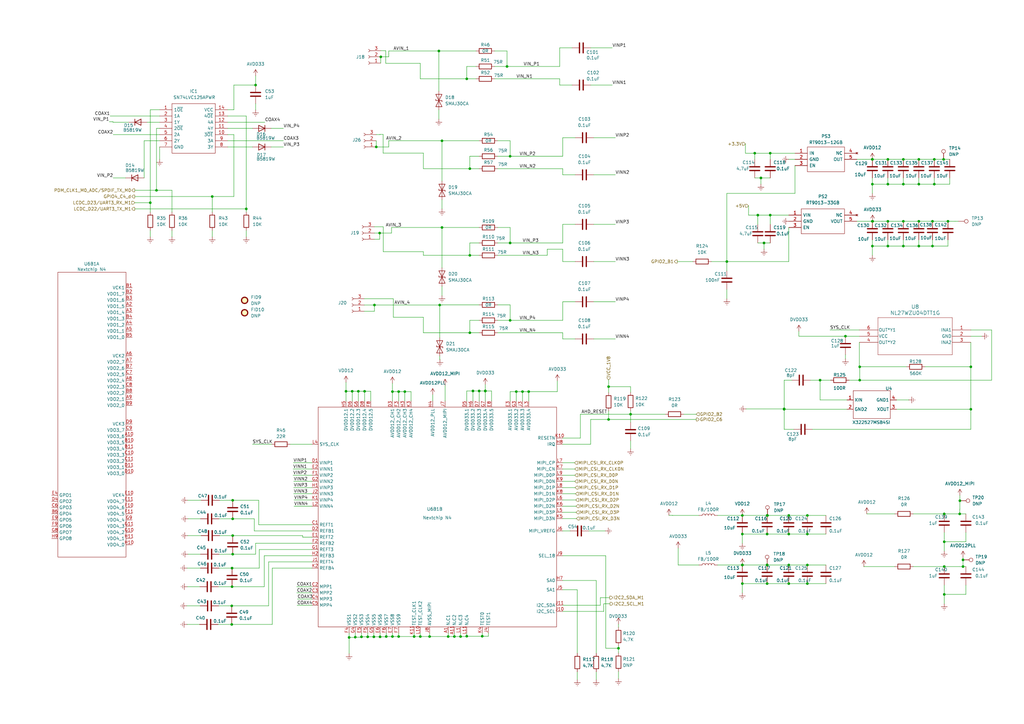
<source format=kicad_sch>
(kicad_sch (version 20231120) (generator "eeschema") (generator_version "8.0")
  (paper "A3")
  (junction (at 196.5209 160.3586))
  (junction (at 183.8209 261.0696))
  (junction (at 156.1875 23.3142))
  (junction (at 188.9009 261.0696))
  (junction (at 192.7109 69.1726))
  (junction (at 298.1209 107.2726))
  (junction (at 95.0479 248.4966))
  (junction (at 376.8609 100.9226))
  (junction (at 95.0479 256.1166))
  (junction (at 314.6309 239.3526))
  (junction (at 160.9609 160.6126))
  (junction (at 387.2749 232.3676))
  (junction (at 209.2209 131.4026))
  (junction (at 192.7109 136.4826))
  (junction (at 160.9609 261.0696))
  (junction (at 364.1609 65.3626))
  (junction (at 95.4289 227.2876))
  (junction (at 186.3609 261.0696))
  (junction (at 191.4409 260.9426))
  (junction (at 387.2749 222.2076))
  (junction (at 314.7746 211.4126))
  (junction (at 95.1749 233.0026))
  (junction (at 357.8109 100.9226))
  (junction (at 370.5109 65.3626))
  (junction (at 387.0012 65.3626))
  (junction (at 95.4289 205.1896))
  (junction (at 383.2109 75.5226))
  (junction (at 155.8809 261.1966))
  (junction (at 398.1969 167.8516))
  (junction (at 364.1609 100.9226))
  (junction (at 310.8209 88.2226))
  (junction (at 323.5209 219.0326))
  (junction (at 304.4709 239.3526))
  (junction (at 207.9509 27.2626))
  (junction (at 398.1969 150.4526))
  (junction (at 304.4709 211.4126))
  (junction (at 357.8109 75.5226))
  (junction (at 253.6709 265.8818))
  (junction (at 209.2209 64.0926))
  (junction (at 387.2749 243.7976))
  (junction (at 249.6069 172.0426))
  (junction (at 181.2809 93.3026))
  (junction (at 314.6309 219.0326))
  (junction (at 199.0533 160.3586))
  (junction (at 357.7962 65.3626))
  (junction (at 101.0169 85.6826))
  (junction (at 180.34 125.1024))
  (junction (at 357.8109 90.7626))
  (junction (at 193.9809 160.3586))
  (junction (at 166.0409 160.6126))
  (junction (at 370.5109 75.5226))
  (junction (at 169.8509 261.0696))
  (junction (at 312.0909 72.9826))
  (junction (at 314.6309 231.7326))
  (junction (at 249.6069 158.5806))
  (junction (at 336.3479 155.9136))
  (junction (at 141.9109 160.4856))
  (junction (at 331.1409 219.0326))
  (junction (at 376.8609 75.5226))
  (junction (at 148.2609 261.1966))
  (junction (at 163.5009 261.0696))
  (junction (at 181.2809 57.7426))
  (junction (at 394.97 232.3676))
  (junction (at 150.8009 261.1966))
  (junction (at 145.7209 261.3236))
  (junction (at 197.7909 260.9426))
  (junction (at 199.0609 160.3586))
  (junction (at 321.6159 167.8516))
  (junction (at 323.5209 239.3526))
  (junction (at 346.7619 137.8796))
  (junction (at 357.8819 90.7626))
  (junction (at 370.5109 90.7626))
  (junction (at 376.8609 90.7626))
  (junction (at 323.5209 231.7326))
  (junction (at 211.7609 160.6126))
  (junction (at 191.4409 32.3426))
  (junction (at 370.5109 100.9226))
  (junction (at 163.5009 160.6126))
  (junction (at 153.5825 125.1024))
  (junction (at 95.1749 240.6226))
  (junction (at 149.5309 160.4856))
  (junction (at 192.7109 104.7326))
  (junction (at 104.8269 34.8826))
  (junction (at 180.0109 20.9126))
  (junction (at 315.9009 88.2226))
  (junction (at 214.3009 160.6126))
  (junction (at 315.9009 62.8226))
  (junction (at 314.6391 231.7326))
  (junction (at 172.3909 261.0696))
  (junction (at 331.1409 211.4126))
  (junction (at 314.6309 211.4126))
  (junction (at 144.4509 160.4856))
  (junction (at 321.6159 167.7246))
  (junction (at 393.7 205.365))
  (junction (at 304.5069 231.7326))
  (junction (at 95.4289 219.6676))
  (junction (at 387.2749 210.7776))
  (junction (at 388.8046 90.7626))
  (junction (at 87.0469 80.6026))
  (junction (at 209.2209 99.6526))
  (junction (at 382.4546 100.9226))
  (junction (at 364.1609 90.7626))
  (junction (at 352.6039 155.9136))
  (junction (at 304.4709 219.0326))
  (junction (at 382.4546 90.7626))
  (junction (at 383.2109 65.3626))
  (junction (at 176.2009 261.0696))
  (junction (at 313.3609 99.6526))
  (junction (at 331.1409 231.7326))
  (junction (at 357.8109 65.3626))
  (junction (at 61.6469 83.1426))
  (junction (at 154.3257 60.2625))
  (junction (at 158.4209 261.0696))
  (junction (at 95.4289 212.8096))
  (junction (at 153.3409 261.1966))
  (junction (at 364.1609 75.5226))
  (junction (at 394.97 229.6349))
  (junction (at 323.5209 211.4126))
  (junction (at 64.1869 78.0626))
  (junction (at 376.8609 65.3626))
  (junction (at 304.4709 231.7326))
  (junction (at 146.9909 160.4856))
  (junction (at 309.5509 62.8226))
  (junction (at 393.6198 210.7776))
  (junction (at 216.8409 160.6126))
  (junction (at 155.7143 95.5828))
  (junction (at 352.6039 150.4526))
  (junction (at 143.1809 261.4506))
  (junction (at 258.6239 169.8836))
  (junction (at 331.1409 239.3526))
  (wire (pts (xy 121.7179 243.1626) (xy 127.9409 243.1626)))
  (wire (pts (xy 294.3109 231.7326) (xy 304.4709 231.7326)))
  (wire (pts (xy 258.6239 169.8836) (xy 258.6239 173.1856)))
  (wire (pts (xy 246.253 245.11) (xy 246.253 248.2426)))
  (wire (pts (xy 106.3509 233.0026) (xy 95.1749 233.0026)))
  (wire (pts (xy 258.6239 169.8836) (xy 272.8479 169.8836)))
  (wire (pts (xy 46.3349 49.9124) (xy 46.3349 50.1226)))
  (wire (pts (xy 230.8109 139.0226) (xy 235.8909 139.0226)))
  (wire (pts (xy 145.7209 259.6726) (xy 145.7209 261.3236)))
  (wire (pts (xy 230.8109 207.6026) (xy 236.2719 207.6026)))
  (wire (pts (xy 249.6069 172.0426) (xy 285.5479 172.0426)))
  (wire (pts (xy 93.3969 45.0426) (xy 95.9369 45.0426)))
  (wire (pts (xy 46.4069 72.9826) (xy 51.4869 72.9826)))
  (wire (pts (xy 153.3409 259.6726) (xy 153.3409 261.1966)))
  (wire (pts (xy 238.0499 179.6626) (xy 230.8109 179.6626)))
  (wire (pts (xy 181.2809 117.4326) (xy 181.2809 121.2426)))
  (wire (pts (xy 173.6609 130.1326) (xy 173.6609 136.4826)))
  (wire (pts (xy 155.8555 55.1437) (xy 157.1255 55.1437)))
  (wire (pts (xy 93.3969 50.1226) (xy 108.6369 50.1226)))
  (wire (pts (xy 163.5009 160.6126) (xy 163.5009 164.4226)))
  (wire (pts (xy 323.5209 65.3626) (xy 326.0609 65.3626)))
  (wire (pts (xy 153.5674 93.0428) (xy 157.1917 93.0428)))
  (wire (pts (xy 173.6609 103.2086) (xy 173.6609 104.7326)))
  (wire (pts (xy 209.2209 131.4026) (xy 230.8109 131.4026)))
  (wire (pts (xy 181.2809 57.7426) (xy 181.2809 74.2526)))
  (wire (pts (xy 120.1939 194.9026) (xy 127.9409 194.9026)))
  (wire (pts (xy 242.2409 34.8826) (xy 251.1309 34.8826)))
  (wire (pts (xy 309.5509 62.8226) (xy 309.5509 65.3626)))
  (wire (pts (xy 104.8269 227.2876) (xy 95.4289 227.2876)))
  (wire (pts (xy 110.1609 230.4626) (xy 127.9409 230.4626)))
  (wire (pts (xy 95.4289 219.6676) (xy 124.1309 219.6676)))
  (wire (pts (xy 93.3969 52.6626) (xy 103.5569 52.6626)))
  (wire (pts (xy 127.9409 215.2226) (xy 106.0969 215.2226)))
  (wire (pts (xy 244.5269 275.5476) (xy 244.5269 278.7226)))
  (wire (pts (xy 230.8109 136.4826) (xy 230.8109 139.0226)))
  (wire (pts (xy 181.2809 81.8726) (xy 181.2809 85.6826)))
  (wire (pts (xy 180.34 146.05) (xy 180.34 147.4333)))
  (wire (pts (xy 200.3309 259.6726) (xy 200.3309 260.9426)))
  (wire (pts (xy 95.0479 248.4966) (xy 110.1609 248.4966)))
  (wire (pts (xy 155.7143 95.5828) (xy 155.7143 98.1228)))
  (wire (pts (xy 376.8609 98.3826) (xy 376.8609 100.9226)))
  (wire (pts (xy 160.9609 259.6726) (xy 160.9609 261.0696)))
  (wire (pts (xy 127.9409 222.8426) (xy 104.8269 222.8426)))
  (wire (pts (xy 382.4546 90.7626) (xy 376.8609 90.7626)))
  (wire (pts (xy 207.9509 20.9126) (xy 207.9509 27.2626)))
  (wire (pts (xy 120.3209 189.8226) (xy 127.9409 189.8226)))
  (wire (pts (xy 230.8109 189.8226) (xy 235.6369 189.8226)))
  (wire (pts (xy 202.8709 27.2626) (xy 207.9509 27.2626)))
  (wire (pts (xy 160.9609 160.6126) (xy 163.5009 160.6126)))
  (wire (pts (xy 197.7909 260.9426) (xy 191.4409 260.9426)))
  (wire (pts (xy 253.6709 255.9896) (xy 253.6709 257.2596)))
  (wire (pts (xy 196.5209 131.4026) (xy 192.7109 131.4026)))
  (wire (pts (xy 55.2969 83.1426) (xy 61.6469 83.1426)))
  (wire (pts (xy 370.5109 98.3826) (xy 370.5109 100.9226)))
  (wire (pts (xy 336.3479 155.9136) (xy 336.3479 164.0416)))
  (wire (pts (xy 160.5799 95.5828) (xy 155.7143 95.5828)))
  (wire (pts (xy 172.3909 259.6726) (xy 172.3909 261.0696)))
  (wire (pts (xy 149.5309 160.4856) (xy 152.0709 160.4856)))
  (wire (pts (xy 258.6239 180.8056) (xy 258.6239 184.1076)))
  (wire (pts (xy 294.3109 211.4126) (xy 304.4709 211.4126)))
  (wire (pts (xy 204.1409 93.3026) (xy 209.2209 93.3026)))
  (wire (pts (xy 111.1769 60.2826) (xy 116.2569 60.2826)))
  (wire (pts (xy 204.1409 57.7426) (xy 209.2209 57.7426)))
  (wire (pts (xy 156.1875 20.7742) (xy 158.2408 20.7742)))
  (wire (pts (xy 243.5109 92.0326) (xy 252.4009 92.0326)))
  (wire (pts (xy 354.33 232.41) (xy 354.33 232.3676)))
  (wire (pts (xy 196.5209 64.0926) (xy 192.7109 64.0926)))
  (wire (pts (xy 211.7609 160.6126) (xy 214.3009 160.6126)))
  (wire (pts (xy 95.0479 256.1166) (xy 111.6849 256.1166)))
  (wire (pts (xy 173.6609 62.7838) (xy 173.6609 69.1726)))
  (wire (pts (xy 191.4409 27.2626) (xy 191.4409 32.3426)))
  (wire (pts (xy 364.1609 65.3626) (xy 370.5109 65.3626)))
  (wire (pts (xy 143.1809 261.4506) (xy 143.1809 268.0546)))
  (wire (pts (xy 120.1939 192.3626) (xy 127.9409 192.3626)))
  (wire (pts (xy 331.1409 219.0326) (xy 338.7609 219.0326)))
  (wire (pts (xy 230.8109 56.4726) (xy 230.8109 64.0926)))
  (wire (pts (xy 370.5109 65.3626) (xy 376.8609 65.3626)))
  (wire (pts (xy 312.0909 72.9826) (xy 312.0909 75.5226)))
  (wire (pts (xy 274.3609 211.3804) (xy 275.8342 211.3804)))
  (wire (pts (xy 183.8209 259.6726) (xy 183.8209 261.0696)))
  (wire (pts (xy 243.5109 123.7826) (xy 252.4009 123.7826)))
  (wire (pts (xy 357.8109 90.7626) (xy 357.8819 90.7626)))
  (wire (pts (xy 258.6239 160.8666) (xy 258.6239 158.5806)))
  (wire (pts (xy 304.4709 211.4126) (xy 314.6309 211.4126)))
  (wire (pts (xy 204.1409 125.0526) (xy 209.2209 125.0526)))
  (wire (pts (xy 169.8509 261.0696) (xy 163.5009 261.0696)))
  (wire (pts (xy 310.8209 88.2226) (xy 310.8209 92.0326)))
  (wire (pts (xy 346.7619 137.8796) (xy 352.4769 137.8796)))
  (wire (pts (xy 258.6239 158.5806) (xy 249.6069 158.5806)))
  (wire (pts (xy 89.4599 256.1166) (xy 95.0479 256.1166)))
  (wire (pts (xy 124.1309 219.6676) (xy 124.1309 220.3026)))
  (wire (pts (xy 244.5269 238.0826) (xy 244.5269 267.9276)))
  (wire (pts (xy 228.6 156.21) (xy 228.6 160.6126)))
  (wire (pts (xy 104.8269 42.5026) (xy 104.8269 45.0426)))
  (wire (pts (xy 157.1917 103.2086) (xy 173.6609 103.2086)))
  (wire (pts (xy 95.4289 212.8096) (xy 104.3189 212.8096)))
  (wire (pts (xy 173.6609 69.1726) (xy 192.7109 69.1726)))
  (wire (pts (xy 127.9409 233.0026) (xy 111.6849 233.0026)))
  (wire (pts (xy 89.8409 233.0026) (xy 95.1749 233.0026)))
  (wire (pts (xy 323.5209 88.2226) (xy 315.9009 88.2226)))
  (wire (pts (xy 327.66 137.8796) (xy 346.7619 137.8796)))
  (wire (pts (xy 154.3257 57.7225) (xy 154.3257 60.2625)))
  (wire (pts (xy 230.8109 241.8926) (xy 236.7799 241.8926)))
  (wire (pts (xy 89.8409 212.8096) (xy 95.4289 212.8096)))
  (wire (pts (xy 229.5409 34.8826) (xy 234.6209 34.8826)))
  (wire (pts (xy 87.0469 94.5726) (xy 87.0469 97.1126)))
  (wire (pts (xy 120.5749 207.6026) (xy 127.9409 207.6026)))
  (wire (pts (xy 176.2009 261.0696) (xy 172.3909 261.0696)))
  (wire (pts (xy 61.6469 94.5726) (xy 61.6469 97.1126)))
  (wire (pts (xy 230.8109 238.0826) (xy 244.5269 238.0826)))
  (wire (pts (xy 150.8009 259.6726) (xy 150.8009 261.1966)))
  (wire (pts (xy 120.4479 202.5226) (xy 127.9409 202.5226)))
  (wire (pts (xy 230.8109 182.2026) (xy 242.2409 182.2026)))
  (wire (pts (xy 216.8409 160.6126) (xy 216.8409 164.4226)))
  (wire (pts (xy 305.9949 167.7246) (xy 321.6159 167.7246)))
  (wire (pts (xy 124.1309 220.3026) (xy 127.9409 220.3026)))
  (wire (pts (xy 247.65 247.65) (xy 250.19 247.65)))
  (wire (pts (xy 156.1875 25.8542) (xy 156.1875 23.3142)))
  (wire (pts (xy 149.4067 122.5624) (xy 161.3419 122.5624)))
  (wire (pts (xy 95.1749 240.6226) (xy 108.3829 240.6226)))
  (wire (pts (xy 90.0949 219.6676) (xy 95.4289 219.6676)))
  (wire (pts (xy 379.4009 150.4526) (xy 398.1969 150.4526)))
  (wire (pts (xy 309.5509 62.8226) (xy 305.7409 62.8226)))
  (wire (pts (xy 253.6709 275.4206) (xy 253.6709 278.3416)))
  (wire (pts (xy 291.7709 107.2726) (xy 298.1209 107.2726)))
  (wire (pts (xy 348.2859 155.9136) (xy 352.6039 155.9136)))
  (wire (pts (xy 243.5109 107.2726) (xy 252.4009 107.2726)))
  (wire (pts (xy 326.0609 79.3326) (xy 298.1209 79.3326)))
  (wire (pts (xy 196.5209 57.7426) (xy 181.2809 57.7426)))
  (wire (pts (xy 199.0533 157.7072) (xy 199.0533 160.3586)))
  (wire (pts (xy 314.6309 239.3526) (xy 323.5209 239.3526)))
  (wire (pts (xy 155.8555 55.1825) (xy 154.3257 55.1825)))
  (wire (pts (xy 148.2609 259.6726) (xy 148.2609 261.1966)))
  (wire (pts (xy 192.7109 136.4826) (xy 196.5209 136.4826)))
  (wire (pts (xy 230.8109 192.3626) (xy 235.7639 192.3626)))
  (wire (pts (xy 321.6159 167.8516) (xy 347.3969 167.8516)))
  (wire (pts (xy 46.3349 50.1226) (xy 52.7569 50.1226)))
  (wire (pts (xy 160.5799 93.3026) (xy 160.5799 95.5828)))
  (wire (pts (xy 153.3409 261.1966) (xy 155.8809 261.1966)))
  (wire (pts (xy 374.5749 210.7776) (xy 387.2749 210.7776)))
  (wire (pts (xy 160.9609 157.1836) (xy 160.9609 160.6126)))
  (wire (pts (xy 230.8109 194.9026) (xy 235.7639 194.9026)))
  (wire (pts (xy 249.6069 155.7866) (xy 249.6069 158.5806)))
  (wire (pts (xy 177.4709 161.8826) (xy 177.4709 164.4226)))
  (wire (pts (xy 191.4409 259.6726) (xy 191.4409 260.9426)))
  (wire (pts (xy 95.9369 55.2026) (xy 95.9369 80.6026)))
  (wire (pts (xy 376.8609 75.5226) (xy 383.2109 75.5226)))
  (wire (pts (xy 248.4632 227.9226) (xy 230.8109 227.9226)))
  (wire (pts (xy 394.97 229.6349) (xy 394.97 232.3676)))
  (wire (pts (xy 143.1809 259.6726) (xy 143.1809 261.4506)))
  (wire (pts (xy 188.9009 259.6726) (xy 188.9009 261.0696)))
  (wire (pts (xy 230.8109 71.7126) (xy 235.8909 71.7126)))
  (wire (pts (xy 391.705 90.7626) (xy 388.8046 90.7626)))
  (wire (pts (xy 214.3009 160.6126) (xy 214.3009 164.4226)))
  (wire (pts (xy 248.4632 265.8818) (xy 248.4632 227.9226)))
  (wire (pts (xy 211.7609 160.6126) (xy 211.7609 164.4226)))
  (wire (pts (xy 314.6391 231.7326) (xy 323.5209 231.7326)))
  (wire (pts (xy 158.4209 259.6726) (xy 158.4209 261.0696)))
  (wire (pts (xy 145.7209 261.4506) (xy 143.1809 261.4506)))
  (wire (pts (xy 230.8109 107.2726) (xy 235.8909 107.2726)))
  (wire (pts (xy 149.4067 125.1024) (xy 153.5825 125.1024)))
  (wire (pts (xy 155.7143 95.5828) (xy 153.5674 95.5828)))
  (wire (pts (xy 90.0949 205.1896) (xy 95.4289 205.1896)))
  (wire (pts (xy 181.2809 93.3026) (xy 181.2809 109.8126)))
  (wire (pts (xy 64.1869 78.0626) (xy 70.5369 78.0626)))
  (wire (pts (xy 391.705 90.7701) (xy 391.705 90.7626)))
  (wire (pts (xy 186.3609 261.0696) (xy 183.8209 261.0696)))
  (wire (pts (xy 104.8269 222.8426) (xy 104.8269 227.2876)))
  (wire (pts (xy 325.5529 176.1066) (xy 321.6159 176.1066)))
  (wire (pts (xy 364.1609 75.5226) (xy 370.5109 75.5226)))
  (wire (pts (xy 180.0109 45.0426) (xy 180.0109 48.8526)))
  (wire (pts (xy 55.2969 80.6026) (xy 87.0469 80.6026)))
  (wire (pts (xy 95.9369 80.6026) (xy 87.0469 80.6026)))
  (wire (pts (xy 352.6039 155.9136) (xy 406.7059 155.9136)))
  (wire (pts (xy 155.8809 259.6726) (xy 155.8809 261.1966)))
  (wire (pts (xy 45.1369 47.5826) (xy 65.4569 47.5826)))
  (wire (pts (xy 242.2409 19.6426) (xy 251.1309 19.6426)))
  (wire (pts (xy 172.3909 32.3426) (xy 191.4409 32.3426)))
  (wire (pts (xy 374.5749 232.3676) (xy 387.2749 232.3676)))
  (wire (pts (xy 394.97 228.6) (xy 394.97 229.6349)))
  (wire (pts (xy 382.4546 90.7626) (xy 388.8046 90.7626)))
  (wire (pts (xy 163.5009 259.6726) (xy 163.5009 261.0696)))
  (wire (pts (xy 238.0499 169.8836) (xy 258.6239 169.8836)))
  (wire (pts (xy 204.1409 99.6526) (xy 209.2209 99.6526)))
  (wire (pts (xy 364.1609 100.9226) (xy 370.5109 100.9226)))
  (wire (pts (xy 159.4369 57.7426) (xy 159.4369 60.2826)))
  (wire (pts (xy 93.3969 47.5826) (xy 101.0169 47.5826)))
  (wire (pts (xy 396.1649 222.2076) (xy 387.2749 222.2076)))
  (wire (pts (xy 120.4479 199.9826) (xy 127.9409 199.9826)))
  (wire (pts (xy 393.0203 90.7701) (xy 391.705 90.7701)))
  (wire (pts (xy 382.4546 100.9226) (xy 388.8046 100.9226)))
  (wire (pts (xy 191.4409 260.9426) (xy 191.4409 261.0696)))
  (wire (pts (xy 173.6609 104.7326) (xy 192.7109 104.7326)))
  (wire (pts (xy 196.5209 93.3026) (xy 181.2809 93.3026)))
  (wire (pts (xy 76.8869 240.6226) (xy 81.9669 240.6226)))
  (wire (pts (xy 383.2109 75.5226) (xy 389.5609 75.5226)))
  (wire (pts (xy 376.8609 72.9826) (xy 376.8609 75.5226)))
  (wire (pts (xy 192.7109 99.6526) (xy 192.7109 104.7326)))
  (wire (pts (xy 195.2509 20.9126) (xy 180.0109 20.9126)))
  (wire (pts (xy 209.2209 64.0926) (xy 230.8109 64.0926)))
  (wire (pts (xy 230.8109 102.1926) (xy 230.8109 107.2726)))
  (wire (pts (xy 89.8409 227.2876) (xy 95.4289 227.2876)))
  (wire (pts (xy 161.3419 130.1326) (xy 173.6609 130.1326)))
  (wire (pts (xy 230.8109 205.0626) (xy 236.1449 205.0626)))
  (wire (pts (xy 154.3257 60.2625) (xy 154.3257 60.2826)))
  (wire (pts (xy 89.5869 240.6226) (xy 95.1749 240.6226)))
  (wire (pts (xy 77.0139 219.6676) (xy 82.4749 219.6676)))
  (wire (pts (xy 176.2009 259.6726) (xy 176.2009 261.0696)))
  (wire (pts (xy 387.2749 222.2076) (xy 387.2749 218.3976)))
  (wire (pts (xy 230.8109 212.6826) (xy 236.3989 212.6826)))
  (wire (pts (xy 357.8109 75.5226) (xy 357.8109 79.3326)))
  (wire (pts (xy 59.1069 57.7426) (xy 59.1069 72.9826)))
  (wire (pts (xy 209.2209 57.7426) (xy 209.2209 64.0926)))
  (wire (pts (xy 152.0709 160.4856) (xy 152.0709 164.4226)))
  (wire (pts (xy 157.1255 55.1437) (xy 157.1255 62.7838)))
  (wire (pts (xy 89.7139 248.4966) (xy 95.0479 248.4966)))
  (wire (pts (xy 393.7 203.2) (xy 393.7 205.365)))
  (wire (pts (xy 172.3909 261.0696) (xy 169.8509 261.0696)))
  (wire (pts (xy 61.6469 83.1426) (xy 61.6469 86.9526)))
  (wire (pts (xy 127.9409 245.7026) (xy 121.9719 245.7026)))
  (wire (pts (xy 166.0409 160.6126) (xy 168.5809 160.6126)))
  (wire (pts (xy 160.9609 164.4226) (xy 160.9609 160.6126)))
  (wire (pts (xy 155.7143 98.1228) (xy 153.5674 98.1228)))
  (wire (pts (xy 61.6469 45.0426) (xy 61.6469 83.1426)))
  (wire (pts (xy 323.5209 239.3526) (xy 331.1409 239.3526)))
  (wire (pts (xy 157.1255 62.7838) (xy 173.6609 62.7838)))
  (wire (pts (xy 95.9369 34.8826) (xy 104.8269 34.8826)))
  (wire (pts (xy 331.1409 231.7326) (xy 338.7609 231.7326)))
  (wire (pts (xy 224.4609 104.7326) (xy 204.1409 104.7326)))
  (wire (pts (xy 304.4709 239.3526) (xy 304.4709 243.1626)))
  (wire (pts (xy 192.7109 69.1726) (xy 196.5209 69.1726)))
  (wire (pts (xy 321.6159 167.8516) (xy 321.6159 176.1066)))
  (wire (pts (xy 166.0409 160.6126) (xy 166.0409 164.4226)))
  (wire (pts (xy 127.9409 225.3826) (xy 106.3509 225.3826)))
  (wire (pts (xy 149.5309 160.4856) (xy 149.5309 164.4226)))
  (wire (pts (xy 199.0609 160.3586) (xy 199.0609 164.4226)))
  (wire (pts (xy 315.9009 62.8226) (xy 315.9009 65.3626)))
  (wire (pts (xy 336.3479 155.9136) (xy 340.6659 155.9136)))
  (wire (pts (xy 235.8909 92.0326) (xy 230.8109 92.0326)))
  (wire (pts (xy 364.1609 72.9826) (xy 364.1609 75.5226)))
  (wire (pts (xy 149.4067 127.6424) (xy 153.5825 127.6424)))
  (wire (pts (xy 393.6198 210.7776) (xy 396.1649 210.7776)))
  (wire (pts (xy 157.1917 93.0428) (xy 157.1917 103.2086)))
  (wire (pts (xy 191.4409 160.3586) (xy 193.9809 160.3586)))
  (wire (pts (xy 327.66 137.8796) (xy 327.66 135.89)))
  (wire (pts (xy 144.4509 160.4856) (xy 146.9909 160.4856)))
  (wire (pts (xy 196.5209 125.0526) (xy 181.2809 125.0526)))
  (wire (pts (xy 121.7179 240.6226) (xy 127.9409 240.6226)))
  (wire (pts (xy 280.4679 169.8836) (xy 285.5479 169.8836)))
  (wire (pts (xy 275.8342 211.3804) (xy 275.8342 211.4126)))
  (wire (pts (xy 230.8109 197.4426) (xy 235.7639 197.4426)))
  (wire (pts (xy 159.4369 20.9126) (xy 180.0109 20.9126)))
  (wire (pts (xy 230.8109 69.1726) (xy 230.8109 71.7126)))
  (wire (pts (xy 278.13 231.7326) (xy 286.6909 231.7326)))
  (wire (pts (xy 310.8209 88.2226) (xy 315.9009 88.2226)))
  (wire (pts (xy 367.7169 167.8516) (xy 398.1969 167.8516)))
  (wire (pts (xy 168.5809 160.6126) (xy 168.5809 164.4226)))
  (wire (pts (xy 230.8109 210.1426) (xy 236.2719 210.1426)))
  (wire (pts (xy 106.3509 225.3826) (xy 106.3509 233.0026)))
  (wire (pts (xy 197.7909 259.6726) (xy 197.7909 260.9426)))
  (wire (pts (xy 387.2749 243.7976) (xy 387.2749 247.6076)))
  (wire (pts (xy 387.2749 232.3676) (xy 394.97 232.3676)))
  (wire (pts (xy 355.5249 210.7776) (xy 366.9549 210.7776)))
  (wire (pts (xy 110.1609 248.4966) (xy 110.1609 230.4626)))
  (wire (pts (xy 298.1209 79.3326) (xy 298.1209 107.2726)))
  (wire (pts (xy 228.6 160.6126) (xy 216.8409 160.6126)))
  (wire (pts (xy 396.1649 243.7976) (xy 387.2749 243.7976)))
  (wire (pts (xy 155.8555 55.1437) (xy 155.8555 55.1825)))
  (wire (pts (xy 207.9509 27.2626) (xy 229.5409 27.2626)))
  (wire (pts (xy 246.253 245.11) (xy 250.063 245.11)))
  (wire (pts (xy 364.1609 90.7626) (xy 370.5109 90.7626)))
  (wire (pts (xy 253.6709 265.8818) (xy 248.4632 265.8818)))
  (wire (pts (xy 65.4569 45.0426) (xy 61.6469 45.0426)))
  (wire (pts (xy 159.4369 57.7426) (xy 181.2809 57.7426)))
  (wire (pts (xy 321.6159 167.7246) (xy 321.6159 167.8516)))
  (wire (pts (xy 352.4769 150.4526) (xy 352.6039 150.4526)))
  (wire (pts (xy 70.5369 78.0626) (xy 70.5369 86.9526)))
  (wire (pts (xy 304.4709 219.0326) (xy 304.4709 222.8426)))
  (wire (pts (xy 242.2409 172.0426) (xy 249.6069 172.0426)))
  (wire (pts (xy 204.1409 64.0926) (xy 209.2209 64.0926)))
  (wire (pts (xy 70.5369 94.5726) (xy 70.5369 97.1126)))
  (wire (pts (xy 199.0533 160.3586) (xy 199.0609 160.3586)))
  (wire (pts (xy 201.6009 160.3586) (xy 201.6009 164.4226)))
  (wire (pts (xy 141.9109 164.4226) (xy 141.9109 160.4856)))
  (wire (pts (xy 161.3419 122.5624) (xy 161.3419 130.1326)))
  (wire (pts (xy 333.1729 176.1066) (xy 398.1969 176.1066)))
  (wire (pts (xy 146.9909 160.4856) (xy 149.5309 160.4856)))
  (wire (pts (xy 275.8342 211.4126) (xy 286.6909 211.4126)))
  (wire (pts (xy 253.6709 265.8818) (xy 253.6709 267.8006)))
  (wire (pts (xy 351.4609 90.7626) (xy 357.8109 90.7626)))
  (wire (pts (xy 159.4369 20.9126) (xy 159.4369 23.3142)))
  (wire (pts (xy 163.5009 261.0696) (xy 160.9609 261.0696)))
  (wire (pts (xy 192.7109 104.7326) (xy 196.5209 104.7326)))
  (wire (pts (xy 314.6309 211.4126) (xy 314.7746 211.4126)))
  (wire (pts (xy 111.6849 233.0026) (xy 111.6849 256.1166)))
  (wire (pts (xy 188.9009 261.0696) (xy 186.3609 261.0696)))
  (wire (pts (xy 396.1649 218.3976) (xy 396.1649 222.2076)))
  (wire (pts (xy 340.4119 135.3396) (xy 352.4769 135.3396)))
  (wire (pts (xy 370.5109 100.9226) (xy 376.8609 100.9226)))
  (wire (pts (xy 243.5109 56.4726) (xy 252.4009 56.4726)))
  (wire (pts (xy 326.0609 67.9026) (xy 326.0609 79.3326)))
  (wire (pts (xy 376.8609 100.9226) (xy 382.4546 100.9226)))
  (wire (pts (xy 258.6239 168.4866) (xy 258.6239 169.8836)))
  (wire (pts (xy 76.7599 256.1166) (xy 81.8399 256.1166)))
  (wire (pts (xy 323.5209 219.0326) (xy 331.1409 219.0326)))
  (wire (pts (xy 235.8909 123.7826) (xy 230.8109 123.7826)))
  (wire (pts (xy 202.8709 20.9126) (xy 207.9509 20.9126)))
  (wire (pts (xy 191.4409 261.0696) (xy 188.9009 261.0696)))
  (wire (pts (xy 393.6249 208.8726) (xy 393.6198 210.7776)))
  (wire (pts (xy 376.8609 65.3626) (xy 383.2109 65.3626)))
  (wire (pts (xy 230.8109 92.0326) (xy 230.8109 99.6526)))
  (wire (pts (xy 304.4709 231.7326) (xy 304.5069 231.7326)))
  (wire (pts (xy 352.4769 140.4196) (xy 352.4769 150.4526)))
  (wire (pts (xy 200.3309 260.9426) (xy 197.7909 260.9426)))
  (wire (pts (xy 323.5209 231.7326) (xy 331.1409 231.7326)))
  (wire (pts (xy 230.8109 202.5226) (xy 236.0179 202.5226)))
  (wire (pts (xy 158.4209 261.1966) (xy 155.8809 261.1966)))
  (wire (pts (xy 46.4069 55.2026) (xy 65.4569 55.2026)))
  (wire (pts (xy 382.4546 98.3826) (xy 382.4546 100.9226)))
  (wire (pts (xy 304.5069 231.7326) (xy 314.6309 231.7326)))
  (wire (pts (xy 145.7209 261.3236) (xy 145.7209 261.4506)))
  (wire (pts (xy 108.3829 227.9226) (xy 127.9409 227.9226)))
  (wire (pts (xy 77.1409 227.2876) (xy 82.2209 227.2876)))
  (wire (pts (xy 95.9369 45.0426) (xy 95.9369 34.8826)))
  (wire (pts (xy 101.0169 47.5826) (xy 101.0169 85.6826)))
  (wire (pts (xy 387.2749 222.2076) (xy 387.2749 226.0176)))
  (wire (pts (xy 93.3969 60.2826) (xy 103.5569 60.2826)))
  (wire (pts (xy 202.8709 32.3426) (xy 229.5409 32.3426)))
  (wire (pts (xy 169.8509 259.6726) (xy 169.8509 261.0696)))
  (wire (pts (xy 243.5109 71.7126) (xy 252.4009 71.7126)))
  (wire (pts (xy 304.4709 219.0326) (xy 314.6309 219.0326)))
  (wire (pts (xy 331.1409 211.4126) (xy 338.7609 211.4126)))
  (wire (pts (xy 312.0909 72.9826) (xy 315.9009 72.9826)))
  (wire (pts (xy 160.9609 261.0696) (xy 158.4209 261.0696)))
  (wire (pts (xy 367.7169 164.0416) (xy 372.7159 164.0416)))
  (wire (pts (xy 180.34 147.4333) (xy 180.45 147.4333)))
  (wire (pts (xy 396.1649 239.9876) (xy 396.1649 243.7976)))
  (wire (pts (xy 104.8269 31.0886) (xy 104.8269 34.8826)))
  (wire (pts (xy 354.33 232.3676) (xy 366.9549 232.3676)))
  (wire (pts (xy 173.6609 136.4826) (xy 192.7109 136.4826)))
  (wire (pts (xy 77.1409 212.8096) (xy 82.2209 212.8096)))
  (wire (pts (xy 196.5209 160.3586) (xy 196.5209 164.4226)))
  (wire (pts (xy 180.34 125.1024) (xy 181.2809 125.1024)))
  (wire (pts (xy 313.3609 99.6526) (xy 313.3609 102.1926)))
  (wire (pts (xy 305.7409 59.0126) (xy 305.7409 62.8226)))
  (wire (pts (xy 383.2109 65.3626) (xy 387.0012 65.3626)))
  (wire (pts (xy 323.5209 107.2726) (xy 323.5209 93.3026)))
  (wire (pts (xy 111.1769 52.6626) (xy 116.2569 52.6626)))
  (wire (pts (xy 230.8109 217.7626) (xy 233.8589 217.7626)))
  (wire (pts (xy 104.3189 217.7626) (xy 127.9409 217.7626)))
  (wire (pts (xy 204.1409 136.4826) (xy 230.8109 136.4826)))
  (wire (pts (xy 180.0109 20.9126) (xy 180.0109 37.4226)))
  (wire (pts (xy 76.6329 248.4966) (xy 82.0939 248.4966)))
  (wire (pts (xy 314.6309 231.7326) (xy 314.6391 231.7326)))
  (wire (pts (xy 60.3769 50.1226) (xy 65.4569 50.1226)))
  (wire (pts (xy 153.3409 261.1966) (xy 150.8009 261.1966)))
  (wire (pts (xy 370.5109 75.5226) (xy 376.8609 75.5226)))
  (wire (pts (xy 321.6159 155.9136) (xy 324.7909 155.9136)))
  (wire (pts (xy 120.4479 197.4426) (xy 127.9409 197.4426)))
  (wire (pts (xy 393.7 205.365) (xy 393.7 208.8726)))
  (wire (pts (xy 243.5109 139.0226) (xy 252.4009 139.0226)))
  (wire (pts (xy 55.2969 85.6826) (xy 101.0169 85.6826)))
  (wire (pts (xy 298.1209 107.2726) (xy 323.5209 107.2726)))
  (wire (pts (xy 141.9109 160.4856) (xy 144.4509 160.4856)))
  (wire (pts (xy 398.1969 167.8516) (xy 398.1969 176.1066)))
  (wire (pts (xy 65.4569 52.6626) (xy 64.1869 52.6626)))
  (wire (pts (xy 229.5409 19.6426) (xy 229.5409 27.2626)))
  (wire (pts (xy 65.4569 57.7426) (xy 59.1069 57.7426)))
  (wire (pts (xy 383.2109 72.9826) (xy 383.2109 75.5226)))
  (wire (pts (xy 101.0169 85.6826) (xy 101.0169 86.9526)))
  (wire (pts (xy 44.8083 49.9124) (xy 46.3349 49.9124)))
  (wire (pts (xy 313.3609 99.6526) (xy 315.9009 99.6526)))
  (wire (pts (xy 398.1969 137.8796) (xy 402.6419 137.8796)))
  (wire (pts (xy 314.7746 211.4126) (xy 323.5209 211.4126)))
  (wire (pts (xy 307.0109 84.4126) (xy 307.0109 88.2226)))
  (wire (pts (xy 234.6209 19.6426) (xy 229.5409 19.6426)))
  (wire (pts (xy 387.2749 210.7776) (xy 393.6198 210.7776)))
  (wire (pts (xy 144.4509 160.4856) (xy 144.4509 164.4226)))
  (wire (pts (xy 204.1409 69.1726) (xy 230.8109 69.1726)))
  (wire (pts (xy 388.8046 100.9226) (xy 388.8046 98.3826)))
  (wire (pts (xy 141.9109 156.8026) (xy 141.9109 160.4856)))
  (wire (pts (xy 229.5409 32.3426) (xy 229.5409 34.8826)))
  (wire (pts (xy 193.9809 160.3586) (xy 196.5209 160.3586)))
  (wire (pts (xy 180.34 125.1024) (xy 180.34 138.43)))
  (wire (pts (xy 150.8009 261.1966) (xy 148.2609 261.1966)))
  (wire (pts (xy 357.8109 98.3826) (xy 357.8109 100.9226)))
  (wire (pts (xy 158.4209 261.0696) (xy 158.4209 261.1966)))
  (wire (pts (xy 186.3609 259.6726) (xy 186.3609 261.0696)))
  (wire (pts (xy 372.7159 164.0416) (xy 372.7159 164.0385)))
  (wire (pts (xy 214.3009 160.6126) (xy 216.8409 160.6126)))
  (wire (pts (xy 242.2409 182.2026) (xy 242.2409 172.0426)))
  (wire (pts (xy 246.253 248.2426) (xy 230.8109 248.2426)))
  (wire (pts (xy 183.8209 261.0696) (xy 176.2009 261.0696)))
  (wire (pts (xy 158.2408 25.9926) (xy 172.3909 25.9926)))
  (wire (pts (xy 192.7109 131.4026) (xy 192.7109 136.4826)))
  (wire (pts (xy 224.4609 102.1926) (xy 224.4609 104.7326)))
  (wire (pts (xy 352.6039 150.4526) (xy 352.6039 155.9136)))
  (wire (pts (xy 364.1609 98.3826) (xy 364.1609 100.9226)))
  (wire (pts (xy 146.9909 160.4856) (xy 146.9909 164.4226)))
  (wire (pts (xy 93.3969 55.2026) (xy 95.9369 55.2026)))
  (wire (pts (xy 321.6159 155.9136) (xy 321.6159 167.7246)))
  (wire (pts (xy 153.5825 127.6424) (xy 153.5825 125.1024)))
  (wire (pts (xy 357.8109 100.9226) (xy 364.1609 100.9226)))
  (wire (pts (xy 352.6039 150.4526) (xy 371.7809 150.4526)))
  (wire (pts (xy 148.2609 261.1966) (xy 148.2609 261.3236)))
  (wire (pts (xy 236.7799 275.5476) (xy 236.7799 278.7226)))
  (wire (pts (xy 65.4569 60.2826) (xy 65.4569 65.3626)))
  (wire (pts (xy 309.5509 72.9826) (xy 312.0909 72.9826)))
  (wire (pts (xy 398.1969 150.4526) (xy 398.1969 167.8516)))
  (wire (pts (xy 163.5009 160.6126) (xy 166.0409 160.6126)))
  (wire (pts (xy 148.2609 261.3236) (xy 145.7209 261.3236)))
  (wire (pts (xy 196.5209 160.3586) (xy 199.0533 160.3586)))
  (wire (pts (xy 238.0499 169.8836) (xy 238.0499 179.6626)))
  (wire (pts (xy 394.97 232.3676) (xy 396.1649 232.3676)))
  (wire (pts (xy 393.7 208.8726) (xy 393.6249 208.8726)))
  (wire (pts (xy 357.8819 90.7626) (xy 364.1609 90.7626)))
  (wire (pts (xy 332.4109 155.9136) (xy 336.3479 155.9136)))
  (wire (pts (xy 357.8109 100.9226) (xy 357.8109 104.7326)))
  (wire (pts (xy 101.0169 94.5726) (xy 101.0169 97.1126)))
  (wire (pts (xy 108.3829 240.6226) (xy 108.3829 227.9226)))
  (wire (pts (xy 76.7599 233.0026) (xy 82.2209 233.0026)))
  (wire (pts (xy 389.5609 75.5226) (xy 389.5609 72.9826)))
  (wire (pts (xy 106.0969 205.1896) (xy 95.4289 205.1896)))
  (wire (pts (xy 357.7962 65.3626) (xy 357.8109 65.3626)))
  (wire (pts (xy 209.2209 99.6526) (xy 230.8109 99.6526)))
  (wire (pts (xy 195.2509 27.2626) (xy 191.4409 27.2626)))
  (wire (pts (xy 160.5799 93.3026) (xy 181.2809 93.3026)))
  (wire (pts (xy 298.1209 118.7026) (xy 298.1209 122.5126)))
  (wire (pts (xy 172.3909 25.9926) (xy 172.3909 32.3426)))
  (wire (pts (xy 249.6069 158.5806) (xy 249.6069 160.9936)))
  (wire (pts (xy 55.2969 78.0626) (xy 64.1869 78.0626)))
  (wire (pts (xy 331.1409 239.3526) (xy 338.7609 239.3526)))
  (wire (pts (xy 103.5569 182.2026) (xy 111.4309 182.2026)))
  (wire (pts (xy 357.8109 65.3626) (xy 364.1609 65.3626)))
  (wire (pts (xy 236.7799 241.8926) (xy 236.7799 267.9276)))
  (wire (pts (xy 192.7109 64.0926) (xy 192.7109 69.1726)))
  (wire (pts (xy 196.5209 99.6526) (xy 192.7109 99.6526)))
  (wire (pts (xy 346.7619 145.4996) (xy 346.7619 147.1506)))
  (wire (pts (xy 191.4409 164.4226) (xy 191.4409 160.3586)))
  (wire (pts (xy 370.5109 72.9826) (xy 370.5109 75.5226)))
  (wire (pts (xy 204.1409 131.4026) (xy 209.2209 131.4026)))
  (wire (pts (xy 406.7059 135.3396) (xy 406.7059 155.9136)))
  (wire (pts (xy 304.4709 239.3526) (xy 314.6309 239.3526)))
  (wire (pts (xy 241.4789 217.7626) (xy 248.2099 217.7626)))
  (wire (pts (xy 209.2209 160.6126) (xy 211.7609 160.6126)))
  (wire (pts (xy 64.1869 52.6626) (xy 64.1869 78.0626)))
  (wire (pts (xy 298.1209 107.2726) (xy 298.1209 111.0826)))
  (wire (pts (xy 235.8909 56.4726) (xy 230.8109 56.4726)))
  (wire (pts (xy 209.2209 164.4226) (xy 209.2209 160.6126)))
  (wire (pts (xy 398.1969 140.4196) (xy 398.1969 150.4526)))
  (wire (pts (xy 357.8109 72.9826) (xy 357.8109 75.5226)))
  (wire (pts (xy 247.65 247.65) (xy 247.65 250.7826)))
  (wire (pts (xy 314.6309 219.0326) (xy 323.5209 219.0326)))
  (wire (pts (xy 120.5749 205.0626) (xy 127.9409 205.0626)))
  (wire (pts (xy 182.5509 158.0726) (xy 182.5509 164.4226)))
  (wire (pts (xy 310.8209 99.6526) (xy 313.3609 99.6526)))
  (wire (pts (xy 278.13 224.79) (xy 278.13 231.7326)))
  (wire (pts (xy 387.0012 65.3626) (xy 389.5609 65.3626)))
  (wire (pts (xy 315.9009 88.2226) (xy 315.9009 92.0326)))
  (wire (pts (xy 104.3189 212.8096) (xy 104.3189 217.7626)))
  (wire (pts (xy 77.0139 205.1896) (xy 82.4749 205.1896)))
  (wire (pts (xy 209.2209 93.3026) (xy 209.2209 99.6526)))
  (wire (pts (xy 156.1875 23.3142) (xy 159.4369 23.3142)))
  (wire (pts (xy 398.1969 135.3396) (xy 406.7059 135.3396)))
  (wire (pts (xy 230.8109 123.7826) (xy 230.8109 131.4026)))
  (wire (pts (xy 253.6709 264.8796) (xy 253.6709 265.8818)))
  (wire (pts (xy 277.8009 107.2726) (xy 284.1509 107.2726)))
  (wire (pts (xy 159.4369 60.2826) (xy 154.3257 60.2826)))
  (wire (pts (xy 249.6069 168.6136) (xy 249.6069 172.0426)))
  (wire (pts (xy 387.2749 243.7976) (xy 387.2749 239.9876)))
  (wire (pts (xy 181.2809 125.1024) (xy 181.2809 125.0526)))
  (wire (pts (xy 230.8109 199.9826) (xy 235.8909 199.9826)))
  (wire (pts (xy 193.9809 160.3586) (xy 193.9809 164.4226)))
  (wire (pts (xy 351.4609 65.3626) (xy 357.7962 65.3626)))
  (wire (pts (xy 370.5109 90.7626) (xy 376.8609 90.7626)))
  (wire (pts (xy 209.2209 125.0526) (xy 209.2209 131.4026)))
  (wire (pts (xy 357.8109 75.5226) (xy 364.1609 75.5226)))
  (wire (pts (xy 153.5825 125.1024) (xy 180.34 125.1024)))
  (wire (pts (xy 106.0969 215.2226) (xy 106.0969 205.1896)))
  (wire (pts (xy 199.0609 160.3586) (xy 201.6009 160.3586)))
  (wire (pts (xy 309.5509 62.8226) (xy 315.9009 62.8226)))
  (wire (pts (xy 323.5209 211.4126) (xy 331.1409 211.4126)))
  (wire (pts (xy 336.3479 164.0416) (xy 347.3969 164.0416)))
  (wire (pts (xy 119.0509 182.2026) (xy 127.9409 182.2026)))
  (wire (pts (xy 121.8449 248.2426) (xy 127.9409 248.2426)))
  (wire (pts (xy 87.0469 86.9526) (xy 87.0469 80.6026)))
  (wire (pts (xy 224.4609 102.1926) (xy 230.8109 102.1926)))
  (wire (pts (xy 93.3969 57.7426) (xy 116.2569 57.7426)))
  (wire (pts (xy 247.65 250.7826) (xy 230.8109 250.7826)))
  (wire (pts (xy 310.8209 88.2226) (xy 307.0109 88.2226)))
  (wire (pts (xy 158.2408 20.7742) (xy 158.2408 25.9926)))
  (wire (pts (xy 326.0609 62.8226) (xy 315.9009 62.8226)))
  (wire (pts (xy 191.4409 32.3426) (xy 195.2509 32.3426)))
  (label "VIN_N3" (at 214.3009 104.7326 0))
  (label "VIN_N4" (at 213.0309 136.4826 0))
  (label "COAX4" (at 108.6369 50.1226 0))
  (label "VINN1" (at 120.1939 192.3626 0))
  (label "VIN_P4" (at 116.2569 52.6626 0))
  (label "VINP3" (at 252.4009 92.0326 0))
  (label "COAX2" (at 46.4069 55.2026 180))
  (label "COAX3" (at 121.9719 245.7026 0))
  (label "VIN_N2" (at 213.0309 69.1726 0))
  (label "VINP4" (at 252.4009 123.7826 0))
  (label "VINP2" (at 120.1939 194.9026 0))
  (label "VINN2" (at 252.4009 71.7126 0))
  (label "COAX1" (at 45.1369 47.5826 180))
  (label "VINP4" (at 120.5749 205.0626 0))
  (label "VINN3" (at 252.4009 107.2726 0))
  (label "SYS_CLK" (at 340.4119 135.3396 0))
  (label "VIN_P1" (at 214.6936 27.2626 0))
  (label "VINP1" (at 251.1309 19.6426 0))
  (label "COAX4" (at 121.8449 248.2426 0))
  (label "VIN_P3" (at 116.2569 60.2826 0))
  (label "COAX3" (at 116.2569 57.7426 0))
  (label "VINN1" (at 251.1309 34.8826 0))
  (label "AVIN_4" (at 168.1935 125.1024 180))
  (label "VINP3" (at 120.4479 199.9826 0))
  (label "AVIN_2" (at 164.7709 57.7426 180))
  (label "VIN_P3" (at 214.3009 99.6526 0))
  (label "VINN4" (at 120.5749 207.6026 0))
  (label "VINP2" (at 252.4009 56.4726 0))
  (label "VIN_P4" (at 213.0309 131.4026 0))
  (label "VIN_P2" (at 46.4069 72.9826 180))
  (label "AVIN_3" (at 164.6439 93.3026 180))
  (label "VINN4" (at 252.4009 139.0226 0))
  (label "VINP1" (at 120.3209 189.8226 0))
  (label "AVIN_1" (at 167.8189 20.9126 180))
  (label "VIN_P1" (at 44.8083 49.9124 180))
  (label "COAX1" (at 121.7179 240.6226 0))
  (label "COAX2" (at 121.7179 243.1626 0))
  (label "VIN_P2" (at 213.0309 64.0926 0))
  (label "VINN3" (at 120.4479 202.5226 0))
  (label "AHD_RESET" (at 238.4309 169.8836 0))
  (label "VIN_N1" (at 211.7609 32.3426 0))
  (label "VINN2" (at 120.4479 197.4426 0))
  (label "SYS_CLK" (at 103.5569 182.2026 0))
  (hierarchical_label "GPIO4_C4_d" (shape output) (at 55.2969 80.6026 180))
  (hierarchical_label "+3.3V" (shape input) (at 305.7409 59.0126 180))
  (hierarchical_label "MIPI_CSI_RX_D2N" (shape input) (at 236.2719 207.6026 0))
  (hierarchical_label "GPIO2_C6" (shape output) (at 285.5479 172.0426 0))
  (hierarchical_label "MIPI_CSI_RX_D0N" (shape input) (at 235.7639 197.4426 0))
  (hierarchical_label "MIPI_CSI_RX_D1N" (shape input) (at 236.0179 202.5226 0))
  (hierarchical_label "LCDC_D22{slash}UART3_TX_M1" (shape output) (at 55.2969 85.6826 180))
  (hierarchical_label "VCC_1V8" (shape input) (at 249.6069 155.7866 90))
  (hierarchical_label "MIPI_CSI_RX_CLK0P" (shape input) (at 235.6369 189.8226 0))
  (hierarchical_label "MIPI_CSI_RX_CLK0N" (shape input) (at 235.7639 192.3626 0))
  (hierarchical_label "+5V" (shape input) (at 307.0109 84.4126 180))
  (hierarchical_label "I2C2_SDA_M1" (shape output) (at 250.063 245.11 0))
  (hierarchical_label "MIPI_CSI_RX_D2P" (shape input) (at 236.1449 205.0626 0))
  (hierarchical_label "MIPI_CSI_RX_D3N" (shape input) (at 236.3989 212.6826 0))
  (hierarchical_label "LCDC_D23{slash}UART3_RX_M1" (shape input) (at 55.2969 83.1426 180))
  (hierarchical_label "PDM_CLK1_M0_ADC{slash}SPDIF_TX_M0" (shape output) (at 55.2969 78.0626 180))
  (hierarchical_label "MIPI_CSI_RX_D0P" (shape input) (at 235.7639 194.9026 0))
  (hierarchical_label "MIPI_CSI_RX_D1P" (shape input) (at 235.8909 199.9826 0))
  (hierarchical_label "GPIO2_B1" (shape output) (at 277.8009 107.2726 180))
  (hierarchical_label "I2C2_SCL_M1" (shape output) (at 250.19 247.65 0))
  (hierarchical_label "GPIO2_B2" (shape input) (at 285.5479 169.8836 0))
  (hierarchical_label "MIPI_CSI_RX_D3P" (shape input) (at 236.2719 210.1426 0))
  (symbol (lib_id "power:Earth") (at 387.2749 226.0176 0) (unit 1)
    (property "Reference" "#PWR0122" (effects (hide yes)))
    (property "Value" "Earth" (effects (hide yes)))
  )
  (symbol (lib_id "power:Earth") (at 76.6329 248.4966 270) (unit 1)
    (property "Reference" "#PWR079" (effects (hide yes)))
    (property "Value" "Earth" (effects (hide yes)))
  )
  (symbol (lib_id "Connector:Conn_01x03_Socket") (at 149.2457 57.7225 180) (unit 1)
    (property "Reference" "J26" (at 146.304 57.404 0))
    (property "Value" "DNP" (effects (hide yes)))
    (property "Footprint" "AV_CONNECTOR:AV_CON" (effects (hide yes)))
    (property "Description" "Generic connector, single row, 01x03, script generated" (effects (hide yes)))
    (property "Important" "Will not be assembled. It will be sent separately by ship." (effects (hide yes)))
  )
  (symbol (lib_id "power:Earth") (at 244.5269 278.7226 0) (unit 1)
    (property "Reference" "#PWR0100" (effects (hide yes)))
    (property "Value" "Earth" (effects (hide yes)))
  )
  (symbol (lib_id "Device:C") (at 387.2749 236.1776 0) (unit 1)
    (property "Reference" "C140" (at 383.4649 233.6376 0) (effects (justify left)))
    (property "Value" "1uF" (at 380.9249 236.1776 0) (effects (justify left)))
    (property "Footprint" "Capacitor_SMD:C_0603_1608Metric" (effects (hide yes)))
    (property "MPN" "CL10A105KB8NNNC" (effects (hide yes)))
  )
  (symbol (lib_id "Device:C") (at 298.1209 114.8926 0) (unit 1)
    (property "Reference" "C111" (at 293.0409 112.3526 0) (effects (justify left)))
    (property "Value" "100nF" (at 289.2309 114.8926 0) (effects (justify left)))
    (property "Footprint" "Capacitor_SMD:C_0603_1608Metric" (effects (hide yes)))
    (property "MPN" "0603B104K500NT" (effects (hide yes)))
  )
  (symbol (lib_id "Diode:SMAJ30CA") (at 180.0109 41.2326 90) (unit 1)
    (property "Reference" "D18" (at 182.5509 39.9626 90) (effects (justify right)))
    (property "Value" "SMAJ30CA" (at 182.5509 42.5026 90) (effects (justify right)))
    (property "Footprint" "Diode_SMD:D_SMA" (effects (hide yes)))
    (property "Datasheet" "https://www.littelfuse.com/media?resourcetype=datasheets&itemid=75e32973-b177-4ee3-a0ff-cedaf1abdb93&filename=smaj-datasheet" (effects (hide yes)))
    (property "MPN" "SMAJ30CA" (effects (hide yes)))
  )
  (symbol (lib_id "power:Earth") (at 77.0139 205.1896 270) (unit 1)
    (property "Reference" "#PWR083" (effects (hide yes)))
    (property "Value" "Earth" (effects (hide yes)))
  )
  (symbol (lib_id "Connector:TestPoint") (at 393.0203 90.7701 270) (unit 1)
    (property "Reference" "TP13" (at 398.4577 89.5 90) (effects (justify left)))
    (property "Value" "DNP" (at 398.4577 92.04 90) (effects (justify left)))
    (property "Footprint" "TestPoint:TestPoint_Pad_1.0x1.0mm" (effects (hide yes)))
    (property "Description" "test point" (effects (hide yes)))
  )
  (symbol (lib_id "Device:C") (at 388.8046 94.5726 0) (unit 1)
    (property "Reference" "C142" (at 383.286 92.202 0) (effects (justify left)))
    (property "Value" "10uF" (at 383.286 97.79 0) (effects (justify left)))
    (property "Footprint" "Capacitor_SMD:C_0402_1005Metric" (effects (hide yes)))
    (property "MPN" "CL05A106MQ5NUNC" (effects (hide yes)))
  )
  (symbol (lib_id "Device:C") (at 364.1609 94.5726 0) (unit 1)
    (property "Reference" "C132" (at 358.648 92.456 0) (effects (justify left)))
    (property "Value" "10uF" (at 358.648 98.044 0) (effects (justify left)))
    (property "Footprint" "Capacitor_SMD:C_0402_1005Metric" (effects (hide yes)))
    (property "MPN" "CL05A106MQ5NUNC" (effects (hide yes)))
  )
  (symbol (lib_id "power:Earth") (at 304.4709 222.8426 0) (unit 1)
    (property "Reference" "#PWR0109" (effects (hide yes)))
    (property "Value" "Earth" (effects (hide yes)))
  )
  (symbol (lib_id "Device:C") (at 383.2109 69.1726 0) (unit 1)
    (property "Reference" "C137" (at 377.698 66.802 0) (effects (justify left)))
    (property "Value" "10uF" (at 377.444 72.136 0) (effects (justify left)))
    (property "Footprint" "Capacitor_SMD:C_0402_1005Metric" (effects (hide yes)))
    (property "MPN" "CL05A106MQ5NUNC" (effects (hide yes)))
  )
  (symbol (lib_id "Device:C") (at 309.5509 69.1726 0) (unit 1)
    (property "Reference" "C114" (at 304.4709 66.6326 0) (effects (justify left)))
    (property "Value" "4.7uF" (at 301.9309 69.1726 0) (effects (justify left)))
    (property "Footprint" "Capacitor_SMD:C_0402_1005Metric" (effects (hide yes)))
    (property "MPN" "CL05A475KP5NRNC" (effects (hide yes)))
  )
  (symbol (lib_id "SN74LVC125APWR:SN74LVC125APWR") (at 65.4569 45.0426 0) (unit 1)
    (property "Reference" "IC1" (at 79.4269 37.4226 0))
    (property "Value" "SN74LVC125APWR" (at 79.6809 39.9626 0))
    (property "Footprint" "SN74LVC125APWR:SN74LVC125APWR" (effects (hide yes)))
    (property "Datasheet" "http://www.ti.com/lit/gpn/sn74lvc125a" (effects (hide yes)))
    (property "Description" "QUADRUPLE BUS BUFFER GATE WITH 3-STATE OUTPUTS" (effects (hide yes)))
    (property "Height" "1.2" (effects (hide yes)))
    (property "Manufacturer_Name" "Texas Instruments" (effects (hide yes)))
    (property "Manufacturer_Part_Number" "SN74LVC125APWR" (effects (hide yes)))
    (property "Mouser Part Number" "595-SN74LVC125APWR" (effects (hide yes)))
    (property "Mouser Price/Stock" "https://www.mouser.co.uk/ProductDetail/Texas-Instruments/SN74LVC125APWR?qs=LfG3tU9ud8CIphjnOD7YXw%3D%3D" (effects (hide yes)))
    (property "Arrow Part Number" "SN74LVC125APWR" (effects (hide yes)))
    (property "Arrow Price/Stock" "https://www.arrow.com/en/products/sn74lvc125apwr/texas-instruments?region=nac" (effects (hide yes)))
    (property "MPN" "SN74LVC125APWR" (effects (hide yes)))
  )
  (symbol (lib_id "power:Earth") (at 180.45 147.4333 0) (unit 1)
    (property "Reference" "#PWR094" (effects (hide yes)))
    (property "Value" "Earth" (effects (hide yes)))
  )
  (symbol (lib_id "Device:C") (at 396.1649 236.1776 0) (unit 1)
    (property "Reference" "C144" (at 398.7049 233.6376 0) (effects (justify left)))
    (property "Value" "0.1uF" (at 399.9749 236.1776 0) (effects (justify left)))
    (property "Footprint" "Capacitor_SMD:C_0603_1608Metric" (effects (hide yes)))
  )
  (symbol (lib_id "Device:C") (at 331.1409 235.5426 0) (unit 1)
    (property "Reference" "C125" (at 326.0609 233.0026 0) (effects (justify left)))
    (property "Value" "0.1uF" (at 327.3309 238.0826 0) (effects (justify left)))
    (property "Footprint" "Capacitor_SMD:C_0603_1608Metric" (effects (hide yes)))
  )
  (symbol (lib_id "Device:C") (at 315.9009 95.8426 0) (unit 1)
    (property "Reference" "C119" (at 317.1709 93.3026 0) (effects (justify left)))
    (property "Value" "0.1uF" (at 318.4409 95.8426 0) (effects (justify left)))
    (property "Footprint" "Capacitor_SMD:C_0603_1608Metric" (effects (hide yes)))
  )
  (symbol (lib_id "power:Earth") (at 387.2749 247.6076 0) (unit 1)
    (property "Reference" "#PWR0123" (effects (hide yes)))
    (property "Value" "Earth" (effects (hide yes)))
  )
  (symbol (lib_id "Device:C") (at 86.0309 233.0026 90) (unit 1)
    (property "Reference" "C46" (at 82.8559 231.2246 90))
    (property "Value" "0.1uF" (at 90.2219 231.6056 90))
    (property "Footprint" "Capacitor_SMD:C_0603_1608Metric" (effects (hide yes)))
  )
  (symbol (lib_id "2023-07-25_07-30-52:NL27WZU04DTT1G") (at 398.1969 135.3396 0) (mirror y) (unit 1)
    (property "Reference" "U8" (at 375.3369 125.8146 0) (effects (font (size 1.524 1.524))))
    (property "Value" "NL27WZU04DTT1G" (at 375.3369 128.3546 0) (effects (font (size 1.524 1.524))))
    (property "Footprint" "NL27WZU04DTT1G:SOP95P275X110-6N" (effects (hide yes)))
    (property "Datasheet" "NL27WZU04DTT1G" (effects (hide yes)))
    (property "MPN" "NL27WZU04DTT1G" (effects (hide yes)))
  )
  (symbol (lib_id "Device:R") (at 258.6239 164.6766 0) (unit 1)
    (property "Reference" "R122" (at 260.5289 163.4066 0) (effects (justify left)))
    (property "Value" "10K" (at 260.5289 165.9466 0) (effects (justify left)))
    (property "Footprint" "Resistor_SMD:R_0603_1608Metric" (effects (hide yes)))
    (property "MPN" "0603WAF1002T5E" (effects (hide yes)))
  )
  (symbol (lib_id "Device:R") (at 200.3309 64.0926 90) (unit 1)
    (property "Reference" "R56" (at 200.3309 61.5526 90))
    (property "Value" "75R" (at 206.181 61.7929 90))
    (property "Footprint" "Resistor_SMD:R_0603_1608Metric" (effects (hide yes)))
    (property "MPN" "0603WAF750JT5E" (effects (hide yes)))
  )
  (symbol (lib_id "power:VCC") (at 199.0533 157.7072 0) (unit 1)
    (property "Reference" "#PWR0224" (effects (hide yes)))
    (property "Value" "DVDD33" (at 199.0533 152.8812 0))
    (property "Description" "Power symbol creates a global label with name \"VCC\"" (effects (hide yes)))
  )
  (symbol (lib_id "Device:C") (at 357.8109 69.1726 0) (mirror y) (unit 1)
    (property "Reference" "C129" (at 355.854 67.056 0) (effects (justify left)))
    (property "Value" "10uF" (at 355.346 71.628 0) (effects (justify left)))
    (property "Footprint" "Capacitor_SMD:C_0402_1005Metric" (effects (hide yes)))
    (property "MPN" "CL05A106MQ5NUNC" (effects (hide yes)))
  )
  (symbol (lib_id "Device:R") (at 200.3309 69.1726 90) (unit 1)
    (property "Reference" "R57" (at 200.3309 66.6326 90))
    (property "Value" "75R" (at 206.181 67.4137 90))
    (property "Footprint" "Resistor_SMD:R_0603_1608Metric" (effects (hide yes)))
    (property "MPN" "0603WAF750JT5E" (effects (hide yes)))
  )
  (symbol (lib_id "Device:C") (at 328.6009 155.9136 90) (unit 1)
    (property "Reference" "C122" (at 324.358 151.892 90))
    (property "Value" "8pF" (at 324.358 153.924 90))
    (property "Footprint" "Capacitor_SMD:C_0603_1608Metric" (effects (hide yes)))
    (property "MPN" "0603CG8R0C500NT" (effects (hide yes)))
  )
  (symbol (lib_id "power:Earth") (at 76.7599 233.0026 270) (unit 1)
    (property "Reference" "#PWR080" (effects (hide yes)))
    (property "Value" "Earth" (effects (hide yes)))
  )
  (symbol (lib_id "power:VCC") (at 304.4709 211.4126 0) (unit 1)
    (property "Reference" "#PWR0223" (effects (hide yes)))
    (property "Value" "VDD12" (at 304.4709 206.5866 0))
    (property "Description" "Power symbol creates a global label with name \"VCC\"" (effects (hide yes)))
  )
  (symbol (lib_id "power:Earth") (at 143.1809 268.0546 0) (unit 1)
    (property "Reference" "#PWR090" (effects (hide yes)))
    (property "Value" "Earth" (effects (hide yes)))
  )
  (symbol (lib_id "Device:C") (at 387.2749 214.5876 0) (unit 1)
    (property "Reference" "C139" (at 383.4649 212.0476 0) (effects (justify left)))
    (property "Value" "1uF" (at 380.9249 214.5876 0) (effects (justify left)))
    (property "Footprint" "Capacitor_SMD:C_0603_1608Metric" (effects (hide yes)))
    (property "MPN" "CL10A105KB8NNNC" (effects (hide yes)))
  )
  (symbol (lib_id "power:Earth") (at 248.2099 217.7626 90) (unit 1)
    (property "Reference" "#PWR0101" (effects (hide yes)))
    (property "Value" "Earth" (effects (hide yes)))
  )
  (symbol (lib_id "Device:L") (at 290.5009 231.7326 270) (mirror x) (unit 1)
    (property "Reference" "L5" (at 290.5009 226.7796 90))
    (property "Value" "FB/100R" (at 290.5009 229.3196 90))
    (property "Footprint" "Inductor_SMD:L_0603_1608Metric" (effects (hide yes)))
    (property "MPN" "CBW160808U101T" (effects (hide yes)))
  )
  (symbol (lib_id "Device:C") (at 338.7609 215.2226 0) (unit 1)
    (property "Reference" "C126" (at 340.0309 212.6826 0) (effects (justify left)))
    (property "Value" "0.1uF" (at 340.0309 217.7626 0) (effects (justify left)))
    (property "Footprint" "Capacitor_SMD:C_0603_1608Metric" (effects (hide yes)))
  )
  (symbol (lib_id "power:Earth") (at 104.8269 45.0426 0) (unit 1)
    (property "Reference" "#PWR089" (effects (hide yes)))
    (property "Value" "Earth" (effects (hide yes)))
  )
  (symbol (lib_id "Connector:TestPoint") (at 394.97 229.6349 270) (unit 1)
    (property "Reference" "TP19" (at 400.05 228.3648 90) (effects (justify left)))
    (property "Value" "DNP" (at 400.05 230.9048 90) (effects (justify left)))
    (property "Footprint" "TestPoint:TestPoint_Pad_1.0x1.0mm" (effects (hide yes)))
    (property "Description" "test point" (effects (hide yes)))
  )
  (symbol (lib_id "power:Earth") (at 323.5209 65.3626 270) (unit 1)
    (property "Reference" "#PWR0115" (effects (hide yes)))
    (property "Value" "Earth" (effects (hide yes)))
  )
  (symbol (lib_id "Device:C") (at 239.7009 123.7826 90) (unit 1)
    (property "Reference" "C107" (at 239.7009 116.1626 90))
    (property "Value" "0.1uF" (at 239.7009 118.7026 90))
    (property "Footprint" "Capacitor_SMD:C_0603_1608Metric" (effects (hide yes)))
  )
  (symbol (lib_id "power:VCC") (at 394.97 228.6 0) (unit 1)
    (property "Reference" "#PWR0220" (effects (hide yes)))
    (property "Value" "AVDD12PLL" (at 394.97 223.774 0))
    (property "Description" "Power symbol creates a global label with name \"VCC\"" (effects (hide yes)))
  )
  (symbol (lib_id "Device:R") (at 236.7799 271.7376 0) (unit 1)
    (property "Reference" "R117" (at 238.9389 270.4676 0) (effects (justify left)))
    (property "Value" "4.7K" (at 238.9389 273.0076 0) (effects (justify left)))
    (property "Footprint" "Resistor_SMD:R_0603_1608Metric" (effects (hide yes)))
    (property "MPN" "0603WAF270JT5E" (effects (hide yes)))
  )
  (symbol (lib_id "Device:R") (at 115.2409 182.2026 90) (unit 1)
    (property "Reference" "R45" (at 115.2409 176.4876 90))
    (property "Value" "22R" (at 115.2409 179.0276 90))
    (property "Footprint" "Resistor_SMD:R_0603_1608Metric" (effects (hide yes)))
    (property "MPN" "0603WAF220JT5E" (effects (hide yes)))
  )
  (symbol (lib_id "Device:R") (at 244.5269 271.7376 0) (unit 1)
    (property "Reference" "R118" (at 246.4319 270.4676 0) (effects (justify left)))
    (property "Value" "4.7K" (at 246.4319 273.0076 0) (effects (justify left)))
    (property "Footprint" "Resistor_SMD:R_0603_1608Metric" (effects (hide yes)))
    (property "MPN" "0603WAF270JT5E" (effects (hide yes)))
  )
  (symbol (lib_id "Device:R") (at 200.3309 125.0526 90) (unit 1)
    (property "Reference" "R113" (at 200.3309 122.5126 90))
    (property "Value" "0R" (at 200.3309 125.0526 90))
    (property "Footprint" "Resistor_SMD:R_0603_1608Metric" (effects (hide yes)))
    (property "MPN" "0603WAF0000T5E" (effects (hide yes)))
  )
  (symbol (lib_id "Device:D") (at 55.2969 72.9826 0) (unit 1)
    (property "Reference" "D14" (at 53.34 67.818 0))
    (property "Value" "B5819W" (at 55.2969 69.85 0))
    (property "Footprint" "Footprint:D_SOD-123" (effects (hide yes)))
    (property "Sim.Device" "D" (effects (hide yes)))
    (property "Sim.Pins" "1=K 2=A" (effects (hide yes)))
    (property "MPN" "B5819W" (effects (hide yes)))
  )
  (symbol (lib_id "Device:C") (at 376.8609 69.1726 0) (unit 1)
    (property "Reference" "C135" (at 371.348 66.802 0) (effects (justify left)))
    (property "Value" "10uF" (at 371.348 72.136 0) (effects (justify left)))
    (property "Footprint" "Capacitor_SMD:C_0402_1005Metric" (effects (hide yes)))
    (property "MPN" "CL05A106MQ5NUNC" (effects (hide yes)))
  )
  (symbol (lib_id "Device:C") (at 95.4289 208.9996 0) (unit 1)
    (property "Reference" "C51" (at 98.4769 207.7296 0) (effects (justify left)))
    (property "Value" "0.1uF" (at 98.4769 210.2696 0) (effects (justify left)))
    (property "Footprint" "Capacitor_SMD:C_0603_1608Metric" (effects (hide yes)))
  )
  (symbol (lib_id "Device:C") (at 329.3629 176.1066 90) (unit 1)
    (property "Reference" "C123" (at 325.12 178.054 90))
    (property "Value" "8pF" (at 325.12 180.086 90))
    (property "Footprint" "Capacitor_SMD:C_0603_1608Metric" (effects (hide yes)))
    (property "MPN" "0603CG8R0C500NT" (effects (hide yes)))
  )
  (symbol (lib_id "power:Earth") (at 305.9949 167.7246 270) (unit 1)
    (property "Reference" "#PWR0111" (effects (hide yes)))
    (property "Value" "Earth" (effects (hide yes)))
  )
  (symbol (lib_id "Device:R") (at 87.0469 90.7626 0) (unit 1)
    (property "Reference" "R43" (at 89.5869 89.4926 0) (effects (justify left)))
    (property "Value" "10K" (at 89.5869 92.0326 0) (effects (justify left)))
    (property "Footprint" "Resistor_SMD:R_0603_1608Metric" (effects (hide yes)))
    (property "MPN" "0603WAF1002T5E" (effects (hide yes)))
  )
  (symbol (lib_id "Device:R") (at 200.3309 57.7426 90) (unit 1)
    (property "Reference" "R54" (at 200.3309 55.2026 90))
    (property "Value" "0R" (at 200.3309 57.7426 90))
    (property "Footprint" "Resistor_SMD:R_0603_1608Metric" (effects (hide yes)))
    (property "MPN" "0603WAF0000T5E" (effects (hide yes)))
  )
  (symbol (lib_id "Device:R") (at 249.6069 164.8036 0) (unit 1)
    (property "Reference" "R119" (at 251.6389 163.5336 0) (effects (justify left)))
    (property "Value" "10K" (at 251.6389 166.0736 0) (effects (justify left)))
    (property "Footprint" "Resistor_SMD:R_0603_1608Metric" (effects (hide yes)))
    (property "MPN" "0603WAF1002T5E" (effects (hide yes)))
  )
  (symbol (lib_id "Device:C") (at 370.5109 69.1726 0) (unit 1)
    (property "Reference" "C133" (at 364.998 66.802 0) (effects (justify left)))
    (property "Value" "10uF" (at 364.744 72.136 0) (effects (justify left)))
    (property "Footprint" "Capacitor_SMD:C_0402_1005Metric" (effects (hide yes)))
    (property "MPN" "CL05A106MQ5NUNC" (effects (hide yes)))
  )
  (symbol (lib_id "power:Earth") (at 76.8869 240.6226 270) (unit 1)
    (property "Reference" "#PWR082" (effects (hide yes)))
    (property "Value" "Earth" (effects (hide yes)))
  )
  (symbol (lib_id "Device:R") (at 253.6709 271.6106 0) (unit 1)
    (property "Reference" "R121" (at 255.4489 270.3406 0) (effects (justify left)))
    (property "Value" "DNP" (at 255.4489 272.8806 0) (effects (justify left)))
    (property "Footprint" "Resistor_SMD:R_0402_1005Metric" (effects (hide yes)))
  )
  (symbol (lib_id "power:Earth") (at 180.0109 48.8526 0) (unit 1)
    (property "Reference" "#PWR091" (effects (hide yes)))
    (property "Value" "Earth" (effects (hide yes)))
  )
  (symbol (lib_id "Device:C") (at 304.4709 215.2226 0) (unit 1)
    (property "Reference" "C112" (at 298.1209 212.6826 0) (effects (justify left)))
    (property "Value" "10uF" (at 296.8509 216.4926 0) (effects (justify left)))
    (property "Footprint" "Capacitor_SMD:C_0402_1005Metric" (effects (hide yes)))
    (property "MPN" "CL05A106MQ5NUNC" (effects (hide yes)))
  )
  (symbol (lib_id "Device:R") (at 200.3309 136.4826 90) (unit 1)
    (property "Reference" "R115" (at 200.3309 133.9426 90))
    (property "Value" "75R" (at 206.5252 134.6854 90))
    (property "Footprint" "Resistor_SMD:R_0603_1608Metric" (effects (hide yes)))
    (property "MPN" "0603WAF750JT5E" (effects (hide yes)))
  )
  (symbol (lib_id "power:VCC") (at 160.9609 157.1836 0) (unit 1)
    (property "Reference" "#PWR0215" (effects (hide yes)))
    (property "Value" "AVDD12" (at 160.9609 152.3576 0))
    (property "Description" "Power symbol creates a global label with name \"VCC\"" (effects (hide yes)))
  )
  (symbol (lib_id "power:Earth") (at 76.7599 256.1166 270) (unit 1)
    (property "Reference" "#PWR081" (effects (hide yes)))
    (property "Value" "Earth" (effects (hide yes)))
  )
  (symbol (lib_id "Device:R") (at 370.7649 232.3676 90) (unit 1)
    (property "Reference" "R127" (at 370.7649 226.0176 90))
    (property "Value" "0R" (at 370.7649 228.5576 90))
    (property "Footprint" "Resistor_SMD:R_0603_1608Metric" (effects (hide yes)))
    (property "MPN" "0603WAF0000T5E" (effects (hide yes)))
  )
  (symbol (lib_id "Device:C") (at 331.1409 215.2226 0) (unit 1)
    (property "Reference" "C124" (at 326.0609 212.6826 0) (effects (justify left)))
    (property "Value" "0.1uF" (at 327.3309 217.7626 0) (effects (justify left)))
    (property "Footprint" "Capacitor_SMD:C_0603_1608Metric" (effects (hide yes)))
  )
  (symbol (lib_id "Diode:SMAJ30CA") (at 180.34 142.24 90) (unit 1)
    (property "Reference" "D21" (at 182.88 140.97 90) (effects (justify right)))
    (property "Value" "SMAJ30CA" (at 182.88 143.51 90) (effects (justify right)))
    (property "Footprint" "Diode_SMD:D_SMA" (effects (hide yes)))
    (property "Datasheet" "https://www.littelfuse.com/media?resourcetype=datasheets&itemid=75e32973-b177-4ee3-a0ff-cedaf1abdb93&filename=smaj-datasheet" (effects (hide yes)))
    (property "MPN" "SMAJ30CA" (effects (hide yes)))
  )
  (symbol (lib_id "power:Earth") (at 70.5369 97.1126 0) (unit 1)
    (property "Reference" "#PWR078" (effects (hide yes)))
    (property "Value" "Earth" (effects (hide yes)))
  )
  (symbol (lib_id "power:Earth") (at 101.0169 97.1126 0) (unit 1)
    (property "Reference" "#PWR088" (effects (hide yes)))
    (property "Value" "Earth" (effects (hide yes)))
  )
  (symbol (lib_id "power:Earth") (at 312.0909 75.5226 0) (unit 1)
    (property "Reference" "#PWR0112" (effects (hide yes)))
    (property "Value" "Earth" (effects (hide yes)))
  )
  (symbol (lib_id "Device:C") (at 323.5209 235.5426 0) (unit 1)
    (property "Reference" "C121" (at 319.7109 233.0026 0) (effects (justify left)))
    (property "Value" "0.1uF" (at 318.4409 238.0826 0) (effects (justify left)))
    (property "Footprint" "Capacitor_SMD:C_0603_1608Metric" (effects (hide yes)))
  )
  (symbol (lib_id "Device:C") (at 389.5609 69.1726 0) (unit 1)
    (property "Reference" "C141" (at 384.048 66.802 0) (effects (justify left)))
    (property "Value" "10uF" (at 384.048 72.136 0) (effects (justify left)))
    (property "Footprint" "Capacitor_SMD:C_0402_1005Metric" (effects (hide yes)))
    (property "MPN" "CL05A106MQ5NUNC" (effects (hide yes)))
  )
  (symbol (lib_id "power:VCC") (at 393.7 203.2 0) (unit 1)
    (property "Reference" "#PWR0221" (effects (hide yes)))
    (property "Value" "AVDD12_MIPI" (at 393.7 198.374 0))
    (property "Description" "Power symbol creates a global label with name \"VCC\"" (effects (hide yes)))
  )
  (symbol (lib_id "power:Earth") (at 304.4709 243.1626 0) (unit 1)
    (property "Reference" "#PWR0110" (effects (hide yes)))
    (property "Value" "Earth" (effects (hide yes)))
  )
  (symbol (lib_id "Device:C") (at 237.6689 217.7626 90) (unit 1)
    (property "Reference" "C54" (at 234.8749 215.9846 90))
    (property "Value" "0.1uF" (at 241.6059 216.4926 90))
    (property "Footprint" "Capacitor_SMD:C_0603_1608Metric" (effects (hide yes)))
  )
  (symbol (lib_id "Device:C") (at 239.7009 92.0326 90) (unit 1)
    (property "Reference" "C105" (at 239.7009 84.4126 90))
    (property "Value" "0.1uF" (at 239.7009 86.9526 90))
    (property "Footprint" "Capacitor_SMD:C_0603_1608Metric" (effects (hide yes)))
  )
  (symbol (lib_id "power:VCC") (at 355.5249 210.7776 0) (unit 1)
    (property "Reference" "#PWR0214" (effects (hide yes)))
    (property "Value" "AVDD12" (at 355.5249 205.9516 0))
    (property "Description" "Power symbol creates a global label with name \"VCC\"" (effects (hide yes)))
  )
  (symbol (lib_id "Device:C") (at 239.7009 71.7126 90) (unit 1)
    (property "Reference" "C104" (at 239.7009 64.0926 90))
    (property "Value" "0.1uF" (at 239.7009 66.6326 90))
    (property "Footprint" "Capacitor_SMD:C_0603_1608Metric" (effects (hide yes)))
  )
  (symbol (lib_id "Device:C") (at 376.8609 94.5726 0) (unit 1)
    (property "Reference" "C136" (at 371.602 92.456 0) (effects (justify left)))
    (property "Value" "10uF" (at 371.094 97.79 0) (effects (justify left)))
    (property "Footprint" "Capacitor_SMD:C_0402_1005Metric" (effects (hide yes)))
    (property "MPN" "CL05A106MQ5NUNC" (effects (hide yes)))
  )
  (symbol (lib_id "Device:R") (at 199.0609 27.2626 90) (unit 1)
    (property "Reference" "R51" (at 199.0609 24.7226 90))
    (property "Value" "75R" (at 204.2992 25.4272 90))
    (property "Footprint" "Resistor_SMD:R_0603_1608Metric" (effects (hide yes)))
    (property "MPN" "0603WAF750JT5E" (effects (hide yes)))
  )
  (symbol (lib_id "power:Earth") (at 61.6469 97.1126 0) (unit 1)
    (property "Reference" "#PWR076" (effects (hide yes)))
    (property "Value" "Earth" (effects (hide yes)))
  )
  (symbol (lib_id "power:VCC") (at 278.13 224.79 0) (unit 1)
    (property "Reference" "#PWR0211" (effects (hide yes)))
    (property "Value" "AVDD33" (at 278.13 219.964 0))
    (property "Description" "Power symbol creates a global label with name \"VCC\"" (effects (hide yes)))
  )
  (symbol (lib_id "power:Earth") (at 77.0139 219.6676 270) (unit 1)
    (property "Reference" "#PWR084" (effects (hide yes)))
    (property "Value" "Earth" (effects (hide yes)))
  )
  (symbol (lib_id "power:VCC") (at 357.8819 90.7626 0) (unit 1)
    (property "Reference" "#PWR0212" (effects (hide yes)))
    (property "Value" "AVDD33" (at 357.8819 85.9366 0))
    (property "Description" "Power symbol creates a global label with name \"VCC\"" (effects (hide yes)))
  )
  (symbol (lib_id "power:Earth") (at 323.5209 90.7626 270) (unit 1)
    (property "Reference" "#PWR0116" (effects (hide yes)))
    (property "Value" "Earth" (effects (hide yes)))
  )
  (symbol (lib_id "power:Earth") (at 181.2809 85.6826 0) (unit 1)
    (property "Reference" "#PWR092" (effects (hide yes)))
    (property "Value" "Earth" (effects (hide yes)))
  )
  (symbol (lib_id "Device:C") (at 314.6309 235.5426 0) (unit 1)
    (property "Reference" "C117" (at 310.8209 233.0026 0) (effects (justify left)))
    (property "Value" "0.1uF" (at 309.5509 238.0826 0) (effects (justify left)))
    (property "Footprint" "Capacitor_SMD:C_0603_1608Metric" (effects (hide yes)))
  )
  (symbol (lib_id "Device:C") (at 239.7009 107.2726 90) (unit 1)
    (property "Reference" "C106" (at 239.7009 99.6526 90))
    (property "Value" "0.1uF" (at 239.7009 102.1926 90))
    (property "Footprint" "Capacitor_SMD:C_0603_1608Metric" (effects (hide yes)))
  )
  (symbol (lib_id "Device:R") (at 199.0609 20.9126 90) (unit 1)
    (property "Reference" "R46" (at 199.0609 18.3726 90))
    (property "Value" "0R" (at 199.0609 20.9126 90))
    (property "Footprint" "Resistor_SMD:R_0603_1608Metric" (effects (hide yes)))
    (property "MPN" "0603WAF0000T5E" (effects (hide yes)))
  )
  (symbol (lib_id "Device:C") (at 86.2849 205.1896 90) (unit 1)
    (property "Reference" "C47" (at 83.1099 203.4116 90))
    (property "Value" "0.1uF" (at 90.4759 203.7926 90))
    (property "Footprint" "Capacitor_SMD:C_0603_1608Metric" (effects (hide yes)))
  )
  (symbol (lib_id "Device:R") (at 370.7649 210.7776 90) (unit 1)
    (property "Reference" "R126" (at 370.7649 204.4276 90))
    (property "Value" "0R" (at 370.7649 206.9676 90))
    (property "Footprint" "Resistor_SMD:R_0603_1608Metric" (effects (hide yes)))
    (property "MPN" "0603WAF0000T5E" (effects (hide yes)))
  )
  (symbol (lib_id "power:Earth") (at 357.8109 79.3326 0) (unit 1)
    (property "Reference" "#PWR0118" (effects (hide yes)))
    (property "Value" "Earth" (effects (hide yes)))
  )
  (symbol (lib_id "Device:C") (at 304.4709 235.5426 0) (unit 1)
    (property "Reference" "C113" (at 298.1209 233.0026 0) (effects (justify left)))
    (property "Value" "10uF" (at 296.8509 236.8126 0) (effects (justify left)))
    (property "Footprint" "Capacitor_SMD:C_0402_1005Metric" (effects (hide yes)))
    (property "MPN" "CL05A106MQ5NUNC" (effects (hide yes)))
  )
  (symbol (lib_id "Device:C") (at 85.6499 256.1166 90) (unit 1)
    (property "Reference" "C40" (at 82.2209 253.4496 90))
    (property "Value" "0.1uF" (at 90.2219 254.7196 90))
    (property "Footprint" "Capacitor_SMD:C_0603_1608Metric" (effects (hide yes)))
  )
  (symbol (lib_id "Device:C") (at 95.1749 236.8126 0) (unit 1)
    (property "Reference" "C50" (at 98.2229 235.5426 0) (effects (justify left)))
    (property "Value" "0.1uF" (at 98.2229 238.0826 0) (effects (justify left)))
    (property "Footprint" "Capacitor_SMD:C_0603_1608Metric" (effects (hide yes)))
  )
  (symbol (lib_id "N4:N4") (at 32.6322 153.5595 0) (unit 1)
    (property "Reference" "U6B1" (at 37.592 108.204 0))
    (property "Value" "Nextchip N4" (at 37.592 110.49 0))
    (property "Footprint" "Nextchip_N4:N4" (effects (hide yes)))
    (property "MPN" "Nextchip N4" (effects (hide yes)))
  )
  (symbol (lib_id "Device:C") (at 310.8209 95.8426 0) (unit 1)
    (property "Reference" "C115" (at 305.7409 93.3026 0) (effects (justify left)))
    (property "Value" "4.7uF" (at 303.2009 95.8426 0) (effects (justify left)))
    (property "Footprint" "Capacitor_SMD:C_0402_1005Metric" (effects (hide yes)))
    (property "MPN" "CL05A475KP5NRNC" (effects (hide yes)))
  )
  (symbol (lib_id "Connector:TestPoint") (at 314.6391 231.7326 0) (unit 1)
    (property "Reference" "TP18" (at 317.1791 227.1605 0) (effects (justify left)))
    (property "Value" "DNP" (at 317.1791 229.7005 0) (effects (justify left)))
    (property "Footprint" "TestPoint:TestPoint_Pad_1.0x1.0mm" (effects (hide yes)))
    (property "Description" "test point" (effects (hide yes)))
  )
  (symbol (lib_id "Device:R") (at 200.3309 131.4026 90) (unit 1)
    (property "Reference" "R114" (at 200.3309 128.8626 90))
    (property "Value" "75R" (at 205.6075 129.529 90))
    (property "Footprint" "Resistor_SMD:R_0603_1608Metric" (effects (hide yes)))
    (property "MPN" "0603WAF750JT5E" (effects (hide yes)))
  )
  (symbol (lib_id "Device:C") (at 85.9039 248.4966 90) (unit 1)
    (property "Reference" "C43" (at 82.7289 246.7186 90))
    (property "Value" "0.1uF" (at 90.0949 247.0996 90))
    (property "Footprint" "Capacitor_SMD:C_0603_1608Metric" (effects (hide yes)))
  )
  (symbol (lib_id "power:VCC") (at 182.5509 158.0726 0) (unit 1)
    (property "Reference" "#PWR0219" (effects (hide yes)))
    (property "Value" "AVDD12_MIPI" (at 182.5509 153.2466 0))
    (property "Description" "Power symbol creates a global label with name \"VCC\"" (effects (hide yes)))
  )
  (symbol (lib_id "power:VCC") (at 304.5069 231.7326 0) (unit 1)
    (property "Reference" "#PWR0257" (effects (hide yes)))
    (property "Value" "DVDD33" (at 304.5069 226.9066 0))
    (property "Description" "Power symbol creates a global label with name \"VCC\"" (effects (hide yes)))
  )
  (symbol (lib_id "Device:C") (at 258.6239 176.9956 0) (unit 1)
    (property "Reference" "C109" (at 261.5449 175.7256 0) (effects (justify left)))
    (property "Value" "0.1uF" (at 261.5449 178.2656 0) (effects (justify left)))
    (property "Footprint" "Capacitor_SMD:C_0603_1608Metric" (effects (hide yes)))
  )
  (symbol (lib_id "power:VCC") (at 141.9109 156.8026 0) (unit 1)
    (property "Reference" "#PWR0222" (effects (hide yes)))
    (property "Value" "VDD12" (at 141.9109 151.9766 0))
    (property "Description" "Power symbol creates a global label with name \"VCC\"" (effects (hide yes)))
  )
  (symbol (lib_id "Device:C") (at 86.2849 219.6676 90) (unit 1)
    (property "Reference" "C48" (at 83.1099 217.8896 90))
    (property "Value" "0.1uF" (at 90.4759 218.2706 90))
    (property "Footprint" "Capacitor_SMD:C_0603_1608Metric" (effects (hide yes)))
  )
  (symbol (lib_id "Device:L") (at 290.5009 211.4126 90) (unit 1)
    (property "Reference" "L4" (at 290.5009 206.4596 90))
    (property "Value" "FB/100R" (at 290.5009 208.9996 90))
    (property "Footprint" "Inductor_SMD:L_0603_1608Metric" (effects (hide yes)))
    (property "MPN" "CBW160808U101T" (effects (hide yes)))
  )
  (symbol (lib_id "Device:R") (at 199.0609 32.3426 90) (unit 1)
    (property "Reference" "R52" (at 199.0609 29.8026 90))
    (property "Value" "75R" (at 204.4904 30.9333 90))
    (property "Footprint" "Resistor_SMD:R_0603_1608Metric" (effects (hide yes)))
    (property "MPN" "0603WAF750JT5E" (effects (hide yes)))
  )
  (symbol (lib_id "power:Earth") (at 298.1209 122.5126 0) (unit 1)
    (property "Reference" "#PWR0108" (effects (hide yes)))
    (property "Value" "Earth" (effects (hide yes)))
  )
  (symbol (lib_id "Device:C") (at 104.8269 38.6926 0) (unit 1)
    (property "Reference" "C53" (at 108.6369 37.4226 0) (effects (justify left)))
    (property "Value" "1uF" (at 108.6369 39.9626 0) (effects (justify left)))
    (property "Footprint" "Capacitor_SMD:C_0603_1608Metric" (effects (hide yes)))
    (property "MPN" "CL10A105KB8NNNC" (effects (hide yes)))
  )
  (symbol (lib_id "power:Earth") (at 181.2809 121.2426 0) (unit 1)
    (property "Reference" "#PWR093" (effects (hide yes)))
    (property "Value" "Earth" (effects (hide yes)))
  )
  (symbol (lib_name "N4_1") (lib_id "N4:N4") (at 178.7409 208.8726 0) (unit 2)
    (property "Reference" "U6B1" (at 178.308 208.788 0))
    (property "Value" "Nextchip N4" (at 179.324 212.344 0))
    (property "Footprint" "Nextchip_N4:N4" (effects (hide yes)))
    (property "MPN" "Nextchip N4" (effects (hide yes)))
  )
  (symbol (lib_id "Device:R") (at 101.0169 90.7626 0) (unit 1)
    (property "Reference" "R44" (at 103.5569 89.4926 0) (effects (justify left)))
    (property "Value" "10K" (at 103.5569 92.0326 0) (effects (justify left)))
    (property "Footprint" "Resistor_SMD:R_0603_1608Metric" (effects (hide yes)))
    (property "MPN" "0603WAF1002T5E" (effects (hide yes)))
  )
  (symbol (lib_id "Device:R") (at 200.3309 99.6526 90) (unit 1)
    (property "Reference" "R110" (at 200.3309 97.1126 90))
    (property "Value" "75R" (at 205.2634 97.7735 90))
    (property "Footprint" "Resistor_SMD:R_0603_1608Metric" (effects (hide yes)))
    (property "MPN" "0603WAF750JT5E" (effects (hide yes)))
  )
  (symbol (lib_id "Nextchip_N4:3R20X2R50X0R80") (at 357.5569 165.3116 0) (unit 1)
    (property "Reference" "U4" (at 364.5419 159.3426 0))
    (property "Value" "X322527MSB4SI" (at 357.378 173.228 0))
    (property "Footprint" "Crystal:Crystal_SMD_3225-4Pin_3.2x2.5mm" (effects (hide yes)))
    (property "MPN" "X322527MSB4SI" (effects (hide yes)))
  )
  (symbol (lib_id "power:Earth") (at 77.1409 227.2876 270) (unit 1)
    (property "Reference" "#PWR086" (effects (hide yes)))
    (property "Value" "Earth" (effects (hide yes)))
  )
  (symbol (lib_id "power:VCC") (at 354.33 232.41 0) (unit 1)
    (property "Reference" "#PWR0216" (effects (hide yes)))
    (property "Value" "AVDD12" (at 354.33 227.584 0))
    (property "Description" "Power symbol creates a global label with name \"VCC\"" (effects (hide yes)))
  )
  (symbol (lib_id "TLV75712PDBVR:TLV75712PDBVR") (at 326.0609 62.8226 0) (unit 1)
    (property "Reference" "PS3" (at 338.7609 55.88 0))
    (property "Value" "RT9013-12GB" (at 338.7609 58.42 0))
    (property "Footprint" "Package_TO_SOT_SMD:SOT-23-5" (effects (hide yes)))
    (property "Datasheet" "http://www.ti.com/lit/gpn/tlv757p" (effects (hide yes)))
    (property "Description" "1A Low-Quiescent-Current Low-Dropout (LDO) Regulator" (effects (hide yes)))
    (property "Height" "1.45" (effects (hide yes)))
    (property "Manufacturer_Name" "Texas Instruments" (effects (hide yes)))
    (property "Manufacturer_Part_Number" "TLV75712PDBVR" (effects (hide yes)))
    (property "Mouser Part Number" "595-TLV75712PDBVR" (effects (hide yes)))
    (property "Mouser Price/Stock" "https://www.mouser.co.uk/ProductDetail/Texas-Instruments/TLV75712PDBVR?qs=y6ZabgHbY%252ByWtZe7nf7lPQ%3D%3D" (effects (hide yes)))
    (property "Arrow Part Number" "TLV75712PDBVR" (effects (hide yes)))
    (property "Arrow Price/Stock" "https://www.arrow.com/en/products/tlv75712pdbvr/texas-instruments?region=nac" (effects (hide yes)))
    (property "MPN" "RT9013-12GB" (effects (hide yes)))
  )
  (symbol (lib_id "power:VCC") (at 177.4709 161.8826 0) (unit 1)
    (property "Reference" "#PWR0218" (effects (hide yes)))
    (property "Value" "AVDD12PLL" (at 177.4709 157.0566 0))
    (property "Description" "Power symbol creates a global label with name \"VCC\"" (effects (hide yes)))
  )
  (symbol (lib_id "Device:C") (at 85.7769 240.6226 90) (unit 1)
    (property "Reference" "C42" (at 82.3479 237.9556 90))
    (property "Value" "0.1uF" (at 90.3489 239.2256 90))
    (property "Footprint" "Capacitor_SMD:C_0603_1608Metric" (effects (hide yes)))
  )
  (symbol (lib_id "Device:D") (at 107.3669 60.2826 180) (unit 1)
    (property "Reference" "D17" (at 107.188 63.5 0))
    (property "Value" "B5819W" (at 109.0411 65.1934 0))
    (property "Footprint" "Footprint:D_SOD-123" (effects (hide yes)))
    (property "Sim.Device" "D" (effects (hide yes)))
    (property "Sim.Pins" "1=K 2=A" (effects (hide yes)))
    (property "MPN" "B5819W" (effects (hide yes)))
  )
  (symbol (lib_id "Connector:Conn_01x03_Socket") (at 151.1075 23.3142 180) (unit 1)
    (property "Reference" "J18" (at 147.828 23.368 0))
    (property "Value" "DNP" (effects (hide yes)))
    (property "Footprint" "AV_CONNECTOR:AV_CON" (effects (hide yes)))
    (property "Description" "Generic connector, single row, 01x03, script generated" (effects (hide yes)))
    (property "Important" "Will not be assembled. It will be sent separately by ship." (effects (hide yes)))
  )
  (symbol (lib_id "power:Earth") (at 77.1409 212.8096 270) (unit 1)
    (property "Reference" "#PWR085" (effects (hide yes)))
    (property "Value" "Earth" (effects (hide yes)))
  )
  (symbol (lib_id "Device:C") (at 338.7609 235.5426 0) (unit 1)
    (property "Reference" "C127" (at 340.0309 233.0026 0) (effects (justify left)))
    (property "Value" "0.1uF" (at 340.0309 238.0826 0) (effects (justify left)))
    (property "Footprint" "Capacitor_SMD:C_0603_1608Metric" (effects (hide yes)))
  )
  (symbol (lib_id "power:Earth") (at 65.4569 65.3626 0) (unit 1)
    (property "Reference" "#PWR077" (effects (hide yes)))
    (property "Value" "Earth" (effects (hide yes)))
  )
  (symbol (lib_id "Device:C") (at 314.6309 215.2226 0) (unit 1)
    (property "Reference" "C116" (at 309.5509 212.6826 0) (effects (justify left)))
    (property "Value" "0.1uF" (at 308.2809 217.7626 0) (effects (justify left)))
    (property "Footprint" "Capacitor_SMD:C_0603_1608Metric" (effects (hide yes)))
  )
  (symbol (lib_id "power:VCC") (at 274.3609 211.3804 0) (unit 1)
    (property "Reference" "#PWR0213" (effects (hide yes)))
    (property "Value" "AVDD12" (at 274.3609 206.5544 0))
    (property "Description" "Power symbol creates a global label with name \"VCC\"" (effects (hide yes)))
  )
  (symbol (lib_id "Device:C") (at 239.7009 139.0226 90) (unit 1)
    (property "Reference" "C108" (at 239.7009 131.4026 90))
    (property "Value" "0.1uF" (at 239.7009 133.9426 90))
    (property "Footprint" "Capacitor_SMD:C_0603_1608Metric" (effects (hide yes)))
  )
  (symbol (lib_id "power:VCC") (at 253.6709 255.9896 0) (unit 1)
    (property "Reference" "#PWR0225" (effects (hide yes)))
    (property "Value" "DVDD33" (at 253.492 252.73 0))
    (property "Description" "Power symbol creates a global label with name \"VCC\"" (effects (hide yes)))
  )
  (symbol (lib_id "power:Earth") (at 87.0469 97.1126 0) (unit 1)
    (property "Reference" "#PWR087" (effects (hide yes)))
    (property "Value" "Earth" (effects (hide yes)))
  )
  (symbol (lib_id "Device:C") (at 396.1649 214.5876 0) (unit 1)
    (property "Reference" "C143" (at 398.7049 212.0476 0) (effects (justify left)))
    (property "Value" "0.1uF" (at 399.9749 214.5876 0) (effects (justify left)))
    (property "Footprint" "Capacitor_SMD:C_0603_1608Metric" (effects (hide yes)))
  )
  (symbol (lib_id "RT9013-33GB:RT9013-33GB") (at 323.5209 88.2226 0) (unit 1)
    (property "Reference" "PS2" (at 337.4909 80.6026 0))
    (property "Value" "RT9013-33GB" (at 337.4909 83.1426 0))
    (property "Footprint" "RT9013-33gb:SOT94P279X130-5N" (effects (hide yes)))
    (property "Datasheet" "https://www.richtek.com/assets/product_file/RT9013/DS9013-10.pdf" (effects (hide yes)))
    (property "Description" "RICHTEK - RT9013-33GB - IC, LDO, FIXED, 3.3V, 0.5A, SOT-23-5" (effects (hide yes)))
    (property "Height" "1.295" (effects (hide yes)))
    (property "Manufacturer_Name" "RICHTEK" (effects (hide yes)))
    (property "Manufacturer_Part_Number" "RT9013-33GB" (effects (hide yes)))
    (property "Mouser Part Number" "835-RT9013-33GB" (effects (hide yes)))
    (property "Mouser Price/Stock" "https://www.mouser.co.uk/ProductDetail/Richtek/RT9013-33GB?qs=amGC7iS6iy%2FHaDkSgZH71g%3D%3D" (effects (hide yes)))
    (property "MPN" "RT9013-33GB" (effects (hide yes)))
  )
  (symbol (lib_id "Device:R") (at 70.5369 90.7626 0) (unit 1)
    (property "Reference" "R36" (at 73.0769 89.4926 0) (effects (justify left)))
    (property "Value" "10K" (at 73.0769 92.0326 0) (effects (justify left)))
    (property "Footprint" "Resistor_SMD:R_0603_1608Metric" (effects (hide yes)))
    (property "MPN" "0603WAF1002T5E" (effects (hide yes)))
  )
  (symbol (lib_id "Device:R") (at 287.9609 107.2726 90) (unit 1)
    (property "Reference" "R124" (at 287.9609 100.9226 90))
    (property "Value" "10K" (at 287.9609 103.4626 90))
    (property "Footprint" "Resistor_SMD:R_0603_1608Metric" (effects (hide yes)))
    (property "MPN" "0603WAF1002T5E" (effects (hide yes)))
  )
  (symbol (lib_id "Device:C") (at 86.0309 227.2876 90) (unit 1)
    (property "Reference" "C45" (at 82.6019 224.6206 90))
    (property "Value" "0.1uF" (at 90.6029 225.8906 90))
    (property "Footprint" "Capacitor_SMD:C_0603_1608Metric" (effects (hide yes)))
  )
  (symbol (lib_id "Connector:TestPoint") (at 387.0012 65.3626 0) (unit 1)
    (property "Reference" "TP14" (at 389.1883 60.7905 0) (effects (justify left)))
    (property "Value" "DNP" (at 389.1883 63.3305 0) (effects (justify left)))
    (property "Footprint" "TestPoint:TestPoint_Pad_1.0x1.0mm" (effects (hide yes)))
    (property "Description" "test point" (effects (hide yes)))
  )
  (symbol (lib_id "power:VCC") (at 228.6 156.21 0) (unit 1)
    (property "Reference" "#PWR0210" (effects (hide yes)))
    (property "Value" "AVDD33" (at 228.6 151.384 0))
    (property "Description" "Power symbol creates a global label with name \"VCC\"" (effects (hide yes)))
  )
  (symbol (lib_id "Device:R") (at 253.6709 261.0696 0) (unit 1)
    (property "Reference" "R120" (at 255.4489 259.7996 0) (effects (justify left)))
    (property "Value" "4.7K" (at 255.4489 262.3396 0) (effects (justify left)))
    (property "Footprint" "Resistor_SMD:R_0603_1608Metric" (effects (hide yes)))
    (property "MPN" "0603WAF270JT5E" (effects (hide yes)))
  )
  (symbol (lib_id "Device:C") (at 346.7619 141.6896 0) (unit 1)
    (property "Reference" "C128" (at 340.7929 139.7846 0) (effects (justify left)))
    (property "Value" "1uF" (at 340.7929 141.8166 0) (effects (justify left)))
    (property "Footprint" "Capacitor_SMD:C_0603_1608Metric" (effects (hide yes)))
    (property "MPN" "CL10A105KB8NNNC" (effects (hide yes)))
  )
  (symbol (lib_id "Device:R") (at 61.6469 90.7626 0) (unit 1)
    (property "Reference" "R35" (at 64.1869 89.4926 0) (effects (justify left)))
    (property "Value" "10K" (at 64.1869 92.0326 0) (effects (justify left)))
    (property "Footprint" "Resistor_SMD:R_0603_1608Metric" (effects (hide yes)))
    (property "MPN" "0603WAF1002T5E" (effects (hide yes)))
  )
  (symbol (lib_id "Device:R") (at 375.5909 150.4526 90) (unit 1)
    (property "Reference" "R128" (at 375.4639 148.2936 90))
    (property "Value" "560K" (at 375.5908 153.1673 90))
    (property "Footprint" "Resistor_SMD:R_0603_1608Metric" (effects (hide yes)))
    (property "MPN" "0603WAF5603T5E" (effects (hide yes)))
  )
  (symbol (lib_id "power:Earth") (at 313.3609 102.1926 0) (unit 1)
    (property "Reference" "#PWR0113" (effects (hide yes)))
    (property "Value" "Earth" (effects (hide yes)))
  )
  (symbol (lib_id "Device:C") (at 382.4546 94.5726 0) (unit 1)
    (property "Reference" "C138" (at 377.19 92.202 0) (effects (justify left)))
    (property "Value" "10uF" (at 377.444 97.536 0) (effects (justify left)))
    (property "Footprint" "Capacitor_SMD:C_0402_1005Metric" (effects (hide yes)))
    (property "MPN" "CL05A106MQ5NUNC" (effects (hide yes)))
  )
  (symbol (lib_id "Device:R") (at 276.6579 169.8836 90) (unit 1)
    (property "Reference" "R123" (at 276.6579 163.7876 90))
    (property "Value" "0R" (at 276.6579 166.3276 90))
    (property "Footprint" "Resistor_SMD:R_0603_1608Metric" (effects (hide yes)))
    (property "MPN" "0603WAF0000T5E" (effects (hide yes)))
  )
  (symbol (lib_id "power:Earth") (at 253.6709 278.3416 0) (unit 1)
    (property "Reference" "#PWR0102" (effects (hide yes)))
    (property "Value" "Earth" (effects (hide yes)))
  )
  (symbol (lib_id "Device:C") (at 357.8109 94.5726 0) (unit 1)
    (property "Reference" "C130" (at 351.536 92.456 0) (effects (justify left)))
    (property "Value" "10uF" (at 351.79 98.044 0) (effects (justify left)))
    (property "Footprint" "Capacitor_SMD:C_0402_1005Metric" (effects (hide yes)))
    (property "MPN" "CL05A106MQ5NUNC" (effects (hide yes)))
  )
  (symbol (lib_id "Mechanical:Fiducial") (at 100.33 128.27 0) (unit 1)
    (property "Reference" "FID10" (at 102.87 126.9999 0) (effects (justify left)))
    (property "Value" "DNP" (at 102.87 129.5399 0) (effects (justify left)))
    (property "Footprint" "Fiducial:Fiducial_0.5mm_Mask1mm" (effects (hide yes)))
    (property "Description" "Fiducial Marker" (effects (hide yes)))
  )
  (symbol (lib_id "power:VCC") (at 104.8269 31.0886 0) (unit 1)
    (property "Reference" "#PWR0196" (effects (hide yes)))
    (property "Value" "AVDD33" (at 104.8269 26.2626 0))
    (property "Description" "Power symbol creates a global label with name \"VCC\"" (effects (hide yes)))
  )
  (symbol (lib_id "Device:C") (at 370.5109 94.5726 0) (unit 1)
    (property "Reference" "C134" (at 365.252 92.456 0) (effects (justify left)))
    (property "Value" "10uF" (at 364.744 97.79 0) (effects (justify left)))
    (property "Footprint" "Capacitor_SMD:C_0402_1005Metric" (effects (hide yes)))
    (property "MPN" "CL05A106MQ5NUNC" (effects (hide yes)))
  )
  (symbol (lib_id "Diode:SMAJ30CA") (at 181.2809 78.0626 90) (unit 1)
    (property "Reference" "D19" (at 183.8209 76.7926 90) (effects (justify right)))
    (property "Value" "SMAJ30CA" (at 183.8209 79.3326 90) (effects (justify right)))
    (property "Footprint" "Diode_SMD:D_SMA" (effects (hide yes)))
    (property "Datasheet" "https://www.littelfuse.com/media?resourcetype=datasheets&itemid=75e32973-b177-4ee3-a0ff-cedaf1abdb93&filename=smaj-datasheet" (effects (hide yes)))
    (property "MPN" "SMAJ30CA" (effects (hide yes)))
  )
  (symbol (lib_id "Device:R") (at 344.4759 155.9136 90) (unit 1)
    (property "Reference" "R125" (at 344.3489 153.7546 90))
    (property "Value" "100R" (at 344.3229 159.1637 90))
    (property "Footprint" "Resistor_SMD:R_0603_1608Metric" (effects (hide yes)))
    (property "MPN" "0603WAF1000T5E" (effects (hide yes)))
  )
  (symbol (lib_id "power:Earth") (at 372.7159 164.0385 90) (unit 1)
    (property "Reference" "#PWR0121" (effects (hide yes)))
    (property "Value" "Earth" (effects (hide yes)))
  )
  (symbol (lib_id "power:Earth") (at 258.6239 184.1076 0) (unit 1)
    (property "Reference" "#PWR0103" (effects (hide yes)))
    (property "Value" "Earth" (effects (hide yes)))
  )
  (symbol (lib_id "Device:D") (at 56.5669 50.1226 0) (unit 1)
    (property "Reference" "D15" (at 52.7569 51.3926 0))
    (property "Value" "B5819W" (at 54.356 53.34 0))
    (property "Footprint" "Footprint:D_SOD-123" (effects (hide yes)))
    (property "Sim.Device" "D" (effects (hide yes)))
    (property "Sim.Pins" "1=K 2=A" (effects (hide yes)))
    (property "MPN" "B5819W" (effects (hide yes)))
  )
  (symbol (lib_id "power:VCC") (at 357.7962 65.3626 0) (unit 1)
    (property "Reference" "#PWR0217" (effects (hide yes)))
    (property "Value" "AVDD12" (at 357.7962 60.5366 0))
    (property "Description" "Power symbol creates a global label with name \"VCC\"" (effects (hide yes)))
  )
  (symbol (lib_id "power:Earth") (at 357.8109 104.7326 0) (unit 1)
    (property "Reference" "#PWR0120" (effects (hide yes)))
    (property "Value" "Earth" (effects (hide yes)))
  )
  (symbol (lib_id "power:Earth") (at 346.7619 147.1506 0) (unit 1)
    (property "Reference" "#PWR0117" (effects (hide yes)))
    (property "Value" "Earth" (effects (hide yes)))
  )
  (symbol (lib_id "power:Earth") (at 402.6419 137.8796 90) (unit 1)
    (property "Reference" "#PWR0126" (effects (hide yes)))
    (property "Value" "Earth" (effects (hide yes)))
  )
  (symbol (lib_id "power:VCC") (at 327.66 135.89 0) (unit 1)
    (property "Reference" "#PWR0256" (effects (hide yes)))
    (property "Value" "DVDD33" (at 327.66 131.064 0))
    (property "Description" "Power symbol creates a global label with name \"VCC\"" (effects (hide yes)))
  )
  (symbol (lib_id "Device:C") (at 95.0479 252.3066 0) (unit 1)
    (property "Reference" "C49" (at 98.0959 251.0366 0) (effects (justify left)))
    (property "Value" "0.1uF" (at 98.0959 253.5766 0) (effects (justify left)))
    (property "Footprint" "Capacitor_SMD:C_0603_1608Metric" (effects (hide yes)))
  )
  (symbol (lib_id "Device:C") (at 86.0309 212.8096 90) (unit 1)
    (property "Reference" "C44" (at 82.6019 210.1426 90))
    (property "Value" "0.1uF" (at 90.6029 211.4126 90))
    (property "Footprint" "Capacitor_SMD:C_0603_1608Metric" (effects (hide yes)))
  )
  (symbol (lib_id "Device:C") (at 239.7009 56.4726 90) (unit 1)
    (property "Reference" "C103" (at 239.7009 48.8526 90))
    (property "Value" "0.1uF" (at 239.7009 51.3926 90))
    (property "Footprint" "Capacitor_SMD:C_0603_1608Metric" (effects (hide yes)))
  )
  (symbol (lib_id "Device:C") (at 364.1609 69.1726 0) (unit 1)
    (property "Reference" "C131" (at 358.902 66.802 0) (effects (justify left)))
    (property "Value" "10uF" (at 358.394 72.136 0) (effects (justify left)))
    (property "Footprint" "Capacitor_SMD:C_0402_1005Metric" (effects (hide yes)))
    (property "MPN" "CL05A106MQ5NUNC" (effects (hide yes)))
  )
  (symbol (lib_id "Connector:Conn_01x03_Socket") (at 144.3267 125.1024 180) (unit 1)
    (property "Reference" "J20" (at 140.462 124.206 0))
    (property "Value" "DNP" (effects (hide yes)))
    (property "Footprint" "AV_CONNECTOR:AV_CON" (effects (hide yes)))
    (property "Description" "Generic connector, single row, 01x03, script generated" (effects (hide yes)))
    (property "Important" "Will not be assembled. It will be sent separately by ship." (effects (hide yes)))
  )
  (symbol (lib_id "Mechanical:Fiducial") (at 100.33 123.19 0) (unit 1)
    (property "Reference" "FID9" (at 102.87 121.9199 0) (effects (justify left)))
    (property "Value" "DNP" (at 102.87 124.4599 0) (effects (justify left)))
    (property "Footprint" "Fiducial:Fiducial_0.5mm_Mask1mm" (effects (hide yes)))
    (property "Description" "Fiducial Marker" (effects (hide yes)))
  )
  (symbol (lib_id "power:Earth") (at 236.7799 278.7226 0) (unit 1)
    (property "Reference" "#PWR099" (effects (hide yes)))
    (property "Value" "Earth" (effects (hide yes)))
  )
  (symbol (lib_id "Device:D") (at 107.3669 52.6626 180) (unit 1)
    (property "Reference" "D16" (at 107.1237 55.0317 0))
    (property "Value" "B5819W" (at 108.966 56.642 0))
    (property "Footprint" "Footprint:D_SOD-123" (effects (hide yes)))
    (property "Sim.Device" "D" (effects (hide yes)))
    (property "Sim.Pins" "1=K 2=A" (effects (hide yes)))
    (property "MPN" "B5819W" (effects (hide yes)))
  )
  (symbol (lib_id "Device:R") (at 200.3309 104.7326 90) (unit 1)
    (property "Reference" "R111" (at 200.3309 102.1926 90))
    (property "Value" "75R" (at 205.9134 103.4325 90))
    (property "Footprint" "Resistor_SMD:R_0603_1608Metric" (effects (hide yes)))
    (property "MPN" "0603WAF750JT5E" (effects (hide yes)))
  )
  (symbol (lib_id "Connector:TestPoint") (at 393.7 205.365 270) (unit 1)
    (property "Reference" "TP20" (at 398.78 204.0949 90) (effects (justify left)))
    (property "Value" "DNP" (at 398.78 206.6349 90) (effects (justify left)))
    (property "Footprint" "TestPoint:TestPoint_Pad_1.0x1.0mm" (effects (hide yes)))
    (property "Description" "test point" (effects (hide yes)))
  )
  (symbol (lib_id "Device:C") (at 238.4309 34.8826 90) (unit 1)
    (property "Reference" "C102" (at 243.2569 29.8026 90))
    (property "Value" "0.1uF" (at 243.2569 32.3426 90))
    (property "Footprint" "Capacitor_SMD:C_0603_1608Metric" (effects (hide yes)))
  )
  (symbol (lib_id "Diode:SMAJ30CA") (at 181.2809 113.6226 90) (unit 1)
    (property "Reference" "D20" (at 183.8209 112.3526 90) (effects (justify right)))
    (property "Value" "SMAJ30CA" (at 183.8209 114.8926 90) (effects (justify right)))
    (property "Footprint" "Diode_SMD:D_SMA" (effects (hide yes)))
    (property "Datasheet" "https://www.littelfuse.com/media?resourcetype=datasheets&itemid=75e32973-b177-4ee3-a0ff-cedaf1abdb93&filename=smaj-datasheet" (effects (hide yes)))
    (property "MPN" "SMAJ30CA" (effects (hide yes)))
  )
  (symbol (lib_id "Device:C") (at 323.5209 215.2226 0) (unit 1)
    (property "Reference" "C120" (at 319.7109 212.6826 0) (effects (justify left)))
    (property "Value" "0.1uF" (at 318.4409 217.7626 0) (effects (justify left)))
    (property "Footprint" "Capacitor_SMD:C_0603_1608Metric" (effects (hide yes)))
  )
  (symbol (lib_id "Device:C") (at 95.4289 223.4776 0) (unit 1)
    (property "Reference" "C52" (at 98.4769 222.2076 0) (effects (justify left)))
    (property "Value" "0.1uF" (at 98.4769 224.7476 0) (effects (justify left)))
    (property "Footprint" "Capacitor_SMD:C_0603_1608Metric" (effects (hide yes)))
  )
  (symbol (lib_id "Device:C") (at 315.9009 69.1726 0) (unit 1)
    (property "Reference" "C118" (at 317.1709 66.6326 0) (effects (justify left)))
    (property "Value" "0.1uF" (at 318.4409 69.1726 0) (effects (justify left)))
    (property "Footprint" "Capacitor_SMD:C_0603_1608Metric" (effects (hide yes)))
  )
  (symbol (lib_id "Device:C") (at 238.4309 19.6426 90) (unit 1)
    (property "Reference" "C101" (at 243.0029 21.4206 90))
    (property "Value" "0.1uF" (at 243.2569 23.7066 90))
    (property "Footprint" "Capacitor_SMD:C_0603_1608Metric" (effects (hide yes)))
  )
  (symbol (lib_id "Device:R") (at 200.3309 93.3026 90) (unit 1)
    (property "Reference" "R109" (at 200.3309 90.7626 90))
    (property "Value" "0R" (at 200.3309 93.3026 90))
    (property "Footprint" "Resistor_SMD:R_0603_1608Metric" (effects (hide yes)))
    (property "MPN" "0603WAF0000T5E" (effects (hide yes)))
  )
  (symbol (lib_id "Connector:TestPoint") (at 314.7746 211.4126 0) (unit 1)
    (property "Reference" "TP17" (at 317.3146 206.8405 0) (effects (justify left)))
    (property "Value" "DNP" (at 317.3146 209.3805 0) (effects (justify left)))
    (property "Footprint" "TestPoint:TestPoint_Pad_1.0x1.0mm" (effects (hide yes)))
    (property "Description" "test point" (effects (hide yes)))
  )
  (symbol (lib_id "Connector:Conn_01x03_Socket") (at 148.4874 95.5828 180) (unit 1)
    (property "Reference" "J19" (at 145.542 95.504 0))
    (property "Value" "DNP" (effects (hide yes)))
    (property "Footprint" "AV_CONNECTOR:AV_CON" (effects (hide yes)))
    (property "Description" "Generic connector, single row, 01x03, script generated" (effects (hide yes)))
    (property "Important" "Will not be assembled. It will be sent separately by ship." (effects (hide yes)))
  )
)
</source>
